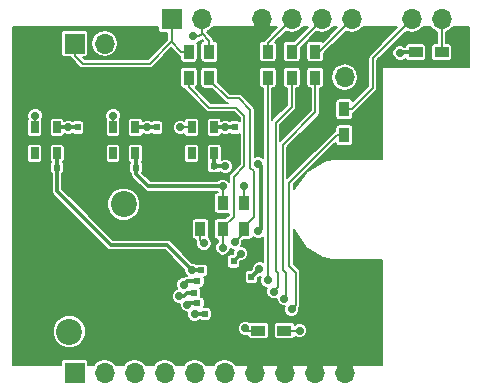
<source format=gtl>
G04 #@! TF.FileFunction,Copper,L1,Top,Signal*
%FSLAX46Y46*%
G04 Gerber Fmt 4.6, Leading zero omitted, Abs format (unit mm)*
G04 Created by KiCad (PCBNEW 4.0.7-e2-6376~58~ubuntu16.04.1) date Mon Mar 19 16:28:18 2018*
%MOMM*%
%LPD*%
G01*
G04 APERTURE LIST*
%ADD10C,0.100000*%
%ADD11C,2.200000*%
%ADD12O,1.700000X1.700000*%
%ADD13R,1.700000X1.700000*%
%ADD14R,0.500000X0.600000*%
%ADD15R,0.600000X0.500000*%
%ADD16R,0.900000X1.200000*%
%ADD17R,1.200000X0.900000*%
%ADD18R,0.650000X1.060000*%
%ADD19C,0.700000*%
%ADD20C,0.300000*%
%ADD21C,0.180000*%
%ADD22C,0.200000*%
G04 APERTURE END LIST*
D10*
D11*
X76440000Y-92640000D03*
X71840000Y-103440000D03*
X68440000Y-98040000D03*
D12*
X79920000Y-81900000D03*
X95160000Y-81900000D03*
D13*
X80520000Y-76980000D03*
D12*
X83060000Y-76980000D03*
X88140000Y-76980000D03*
X90680000Y-76980000D03*
X93220000Y-76980000D03*
X95760000Y-76980000D03*
X100840000Y-76980000D03*
X103380000Y-76980000D03*
D13*
X72300000Y-106900000D03*
D12*
X74840000Y-106900000D03*
X77380000Y-106900000D03*
X79920000Y-106900000D03*
X82460000Y-106900000D03*
X85000000Y-106900000D03*
X87540000Y-106900000D03*
X90080000Y-106900000D03*
X92620000Y-106900000D03*
X95160000Y-106900000D03*
D14*
X85750000Y-97490000D03*
X85750000Y-98590000D03*
X87250000Y-98790000D03*
X87250000Y-99890000D03*
D15*
X82700000Y-99140000D03*
X83800000Y-99140000D03*
X82400000Y-100140000D03*
X83500000Y-100140000D03*
X82700000Y-101040000D03*
X83800000Y-101040000D03*
X83300000Y-101940000D03*
X84400000Y-101940000D03*
X83000000Y-98240000D03*
X84100000Y-98240000D03*
D16*
X86650000Y-94740000D03*
X86650000Y-92540000D03*
X84850000Y-92540000D03*
X84850000Y-94740000D03*
D17*
X90050000Y-103340000D03*
X87850000Y-103340000D03*
D16*
X82950000Y-94740000D03*
X82950000Y-92540000D03*
D14*
X79250000Y-86140000D03*
X79250000Y-87240000D03*
X85850000Y-86140000D03*
X85850000Y-87240000D03*
X72550000Y-86140000D03*
X72550000Y-87240000D03*
D15*
X77500000Y-89540000D03*
X78600000Y-89540000D03*
X84100000Y-89440000D03*
X83000000Y-89440000D03*
X70800000Y-89540000D03*
X71900000Y-89540000D03*
D18*
X77450000Y-86140000D03*
X76500000Y-86140000D03*
X75550000Y-86140000D03*
X75550000Y-88340000D03*
X77450000Y-88340000D03*
X84105000Y-86140000D03*
X83155000Y-86140000D03*
X82205000Y-86140000D03*
X82205000Y-88340000D03*
X84105000Y-88340000D03*
X70810000Y-86140000D03*
X69860000Y-86140000D03*
X68910000Y-86140000D03*
X68910000Y-88340000D03*
X70810000Y-88340000D03*
D16*
X83700000Y-79740000D03*
X83700000Y-81940000D03*
X88650000Y-81930000D03*
X88650000Y-79730000D03*
X90675000Y-81930000D03*
X90675000Y-79730000D03*
X92675000Y-81930000D03*
X92675000Y-79730000D03*
X95125000Y-86790000D03*
X95125000Y-84590000D03*
D17*
X101175000Y-79790000D03*
X103375000Y-79790000D03*
D13*
X72310000Y-79040000D03*
D12*
X74850000Y-79040000D03*
X77390000Y-79040000D03*
D16*
X81950000Y-79740000D03*
X81950000Y-81940000D03*
D19*
X74300000Y-91290000D03*
X79650000Y-93390000D03*
X76200000Y-94840000D03*
X76900000Y-97640000D03*
X80630000Y-98230000D03*
X87350000Y-97290000D03*
X95550000Y-104940000D03*
X92550000Y-104940000D03*
X87050000Y-82440000D03*
X86050000Y-80940000D03*
X86050000Y-78440000D03*
X74050000Y-83940000D03*
X89050000Y-104940000D03*
X81050000Y-104440000D03*
X70050000Y-81940000D03*
X74050000Y-81940000D03*
X77050000Y-81940000D03*
X80550000Y-88940000D03*
X73550000Y-88940000D03*
X79050000Y-101940000D03*
X70050000Y-94940000D03*
X73050000Y-96440000D03*
X74550000Y-100440000D03*
X72050000Y-100440000D03*
X67550000Y-104940000D03*
X67550000Y-102940000D03*
X67550000Y-100940000D03*
X67550000Y-81440000D03*
X67550000Y-83440000D03*
X67550000Y-85440000D03*
X67550000Y-87440000D03*
X67550000Y-89440000D03*
X67550000Y-91440000D03*
X67550000Y-93440000D03*
X67550000Y-95440000D03*
X83150000Y-87340000D03*
X82950000Y-90340000D03*
X78650000Y-88740000D03*
X71950000Y-88740000D03*
X84780000Y-103870000D03*
X85760000Y-103870000D03*
X86020000Y-100630000D03*
X84720000Y-100630000D03*
X86020000Y-99330000D03*
X84720000Y-99330000D03*
X85050000Y-87240000D03*
X78450000Y-87240000D03*
X76450000Y-87340000D03*
X71750000Y-87240000D03*
X69850000Y-87340000D03*
X85050000Y-86140000D03*
X78450000Y-86140000D03*
X81250000Y-86140000D03*
X75550000Y-85140000D03*
X68950000Y-85140000D03*
X71750000Y-86140000D03*
X82350000Y-78440000D03*
X91350000Y-103340000D03*
X86650000Y-91140000D03*
X84850000Y-91140000D03*
X86350000Y-96840000D03*
X85050000Y-89440000D03*
X87850000Y-89240000D03*
X87850000Y-94940000D03*
X87950000Y-98140000D03*
X88650000Y-99090000D03*
X89175000Y-100040000D03*
X90050000Y-100640000D03*
X90675000Y-101540000D03*
X82250000Y-98240000D03*
X86750000Y-103140000D03*
X85850000Y-95840000D03*
X84850000Y-96340000D03*
X83250000Y-95940000D03*
X99850000Y-79840000D03*
X81550000Y-99440000D03*
X81150000Y-100440000D03*
X81850000Y-101140000D03*
X82450000Y-101940000D03*
D20*
X76200000Y-94840000D02*
X78200000Y-94840000D01*
X78200000Y-94840000D02*
X79650000Y-93390000D01*
X74550000Y-100440000D02*
X76900000Y-98090000D01*
X76900000Y-98090000D02*
X76900000Y-97640000D01*
X79600000Y-100895026D02*
X79600000Y-99260000D01*
X79600000Y-99260000D02*
X80630000Y-98230000D01*
X79050000Y-101940000D02*
X79050000Y-101445026D01*
X79050000Y-101445026D02*
X79600000Y-100895026D01*
X95160000Y-106900000D02*
X95160000Y-105330000D01*
X95160000Y-105330000D02*
X95550000Y-104940000D01*
X86050000Y-78440000D02*
X86050000Y-80940000D01*
X74050000Y-81940000D02*
X74050000Y-83940000D01*
X85760000Y-103870000D02*
X86830000Y-104940000D01*
X86830000Y-104940000D02*
X89050000Y-104940000D01*
X74050000Y-81940000D02*
X70050000Y-81940000D01*
X79920000Y-81900000D02*
X77090000Y-81900000D01*
X77090000Y-81900000D02*
X77050000Y-81940000D01*
X71950000Y-88740000D02*
X73350000Y-88740000D01*
X73350000Y-88740000D02*
X73550000Y-88940000D01*
X84780000Y-103870000D02*
X80980000Y-103870000D01*
X80980000Y-103870000D02*
X79050000Y-101940000D01*
X73050000Y-96440000D02*
X71550000Y-96440000D01*
X71550000Y-96440000D02*
X70050000Y-94940000D01*
X72050000Y-100440000D02*
X74550000Y-100440000D01*
X67550000Y-102940000D02*
X67550000Y-104940000D01*
X68440000Y-98040000D02*
X68440000Y-100050000D01*
X68440000Y-100050000D02*
X67550000Y-100940000D01*
X67550000Y-85440000D02*
X67550000Y-83440000D01*
X67550000Y-89440000D02*
X67550000Y-87440000D01*
X67550000Y-93440000D02*
X67550000Y-91440000D01*
X68440000Y-98040000D02*
X68440000Y-96330000D01*
X68440000Y-96330000D02*
X67550000Y-95440000D01*
X83155000Y-86140000D02*
X83155000Y-87335000D01*
X83155000Y-87335000D02*
X83150000Y-87340000D01*
X83155000Y-87235000D02*
X83150000Y-87240000D01*
X83000000Y-89440000D02*
X83000000Y-90290000D01*
X83000000Y-90290000D02*
X82950000Y-90340000D01*
X78600000Y-89540000D02*
X78600000Y-88790000D01*
X78600000Y-88790000D02*
X78650000Y-88740000D01*
X71900000Y-89540000D02*
X71900000Y-88790000D01*
X71900000Y-88790000D02*
X71950000Y-88740000D01*
X87540000Y-106900000D02*
X87540000Y-105650000D01*
X87540000Y-105650000D02*
X85760000Y-103870000D01*
X88140000Y-76980000D02*
X88140000Y-77820000D01*
X85850000Y-87240000D02*
X85050000Y-87240000D01*
X79250000Y-87240000D02*
X78450000Y-87240000D01*
D21*
X76500000Y-86140000D02*
X76500000Y-87290000D01*
X76500000Y-87290000D02*
X76450000Y-87340000D01*
X72550000Y-87240000D02*
X71750000Y-87240000D01*
D20*
X69860000Y-86140000D02*
X69860000Y-87330000D01*
X69860000Y-87330000D02*
X69850000Y-87340000D01*
X85850000Y-86140000D02*
X85050000Y-86140000D01*
X84105000Y-86140000D02*
X85050000Y-86140000D01*
X79250000Y-86140000D02*
X78450000Y-86140000D01*
X77450000Y-86140000D02*
X78450000Y-86140000D01*
D21*
X82205000Y-86140000D02*
X81250000Y-86140000D01*
X75550000Y-86140000D02*
X75550000Y-85140000D01*
X68910000Y-86140000D02*
X68910000Y-85180000D01*
X68910000Y-85180000D02*
X68950000Y-85140000D01*
D20*
X72550000Y-86140000D02*
X71750000Y-86140000D01*
X70810000Y-86140000D02*
X71750000Y-86140000D01*
D21*
X81320000Y-79740000D02*
X81950000Y-79740000D01*
X80520000Y-78940000D02*
X80450000Y-78940000D01*
X80450000Y-78940000D02*
X78650000Y-80740000D01*
X78650000Y-80740000D02*
X72980000Y-80740000D01*
X72980000Y-80740000D02*
X72310000Y-80070000D01*
X72310000Y-80070000D02*
X72310000Y-79040000D01*
X80520000Y-78010000D02*
X80520000Y-76980000D01*
X81320000Y-79740000D02*
X80520000Y-78940000D01*
X80520000Y-78940000D02*
X80520000Y-78010000D01*
X82350000Y-78440000D02*
X82844974Y-78440000D01*
X82844974Y-78440000D02*
X83060000Y-78224974D01*
X83060000Y-78224974D02*
X83060000Y-78182081D01*
X83060000Y-76980000D02*
X83060000Y-78182081D01*
X83060000Y-78182081D02*
X83700000Y-78822081D01*
X83700000Y-78822081D02*
X83700000Y-79740000D01*
X90680000Y-76980000D02*
X88650000Y-79010000D01*
X88650000Y-79010000D02*
X88650000Y-79730000D01*
X90675000Y-79730000D02*
X90675000Y-79580000D01*
X90675000Y-79580000D02*
X93220000Y-77035000D01*
X93220000Y-77035000D02*
X93220000Y-76980000D01*
X95760000Y-76980000D02*
X93010000Y-79730000D01*
X93010000Y-79730000D02*
X92675000Y-79730000D01*
X90050000Y-103340000D02*
X91350000Y-103340000D01*
X86650000Y-92540000D02*
X86650000Y-91140000D01*
X84850000Y-92540000D02*
X84850000Y-91140000D01*
D20*
X77500000Y-90090000D02*
X78550000Y-91140000D01*
X78550000Y-91140000D02*
X84850000Y-91140000D01*
X77500000Y-89540000D02*
X77500000Y-90090000D01*
X77500000Y-89540000D02*
X77500000Y-88390000D01*
X77500000Y-88390000D02*
X77450000Y-88340000D01*
X85750000Y-97490000D02*
X85750000Y-97440000D01*
X85750000Y-97440000D02*
X86350000Y-96840000D01*
X85050000Y-89440000D02*
X84100000Y-89440000D01*
X88050000Y-92240000D02*
X88050000Y-89440000D01*
X88050000Y-89440000D02*
X87850000Y-89240000D01*
X87850000Y-94940000D02*
X88050000Y-94740000D01*
X88050000Y-94740000D02*
X88050000Y-92240000D01*
X84105000Y-88340000D02*
X84105000Y-89535000D01*
X84105000Y-89535000D02*
X84100000Y-89540000D01*
X87250000Y-98790000D02*
X87300000Y-98790000D01*
X87300000Y-98790000D02*
X87950000Y-98140000D01*
X84100000Y-88345000D02*
X84105000Y-88340000D01*
D21*
X88650000Y-81930000D02*
X88650000Y-99090000D01*
X89175000Y-100040000D02*
X89524999Y-99690001D01*
X89325000Y-98265000D02*
X89325000Y-85740000D01*
X89524999Y-99690001D02*
X89524999Y-98464999D01*
X89524999Y-98464999D02*
X89325000Y-98265000D01*
X90675000Y-82710000D02*
X90675000Y-81930000D01*
X89325000Y-85740000D02*
X90675000Y-84390000D01*
X90675000Y-84390000D02*
X90675000Y-82710000D01*
X90050000Y-100640000D02*
X90225000Y-100465000D01*
X89905009Y-87634991D02*
X92675000Y-84865000D01*
X90225000Y-100465000D02*
X90225000Y-98490000D01*
X90225000Y-98490000D02*
X89905009Y-98170009D01*
X89905009Y-98170009D02*
X89905009Y-87634991D01*
X92675000Y-84865000D02*
X92675000Y-81930000D01*
X92675000Y-81930000D02*
X92675000Y-82080000D01*
X95125000Y-86790000D02*
X94495000Y-86790000D01*
X91024999Y-101190001D02*
X90675000Y-101540000D01*
X94495000Y-86790000D02*
X90475000Y-90810000D01*
X90475000Y-90810000D02*
X90475000Y-97890000D01*
X90475000Y-97890000D02*
X91024999Y-98439999D01*
X91024999Y-98439999D02*
X91024999Y-101190001D01*
D20*
X82250000Y-98240000D02*
X80100000Y-96090000D01*
X75350000Y-96090000D02*
X70800000Y-91540000D01*
X80100000Y-96090000D02*
X75350000Y-96090000D01*
X70800000Y-91540000D02*
X70800000Y-89540000D01*
X82250000Y-98240000D02*
X83000000Y-98240000D01*
X70800000Y-89540000D02*
X70800000Y-88350000D01*
X70800000Y-88350000D02*
X70810000Y-88340000D01*
D21*
X87850000Y-103340000D02*
X86950000Y-103340000D01*
X86950000Y-103340000D02*
X86750000Y-103140000D01*
X87150000Y-84640000D02*
X86200000Y-83690000D01*
X86200000Y-83690000D02*
X85300000Y-83690000D01*
X87150000Y-89540000D02*
X87150000Y-84640000D01*
X86650000Y-94740000D02*
X86650000Y-94590000D01*
X86650000Y-94590000D02*
X87475000Y-93765000D01*
X83700000Y-82090000D02*
X83700000Y-81940000D01*
X87475000Y-93765000D02*
X87475000Y-89865000D01*
X87475000Y-89865000D02*
X87150000Y-89540000D01*
X85300000Y-83690000D02*
X83700000Y-82090000D01*
X86650000Y-94740000D02*
X86650000Y-95040000D01*
X86650000Y-95040000D02*
X85850000Y-95840000D01*
X84850000Y-96340000D02*
X84850000Y-94740000D01*
X81950000Y-82720000D02*
X81950000Y-81940000D01*
X83695000Y-84465000D02*
X85975000Y-84465000D01*
X86650000Y-85140000D02*
X86650000Y-89440000D01*
X85750000Y-90340000D02*
X85750000Y-93690000D01*
X81950000Y-82720000D02*
X83695000Y-84465000D01*
X85975000Y-84465000D02*
X86650000Y-85140000D01*
X86650000Y-89440000D02*
X85750000Y-90340000D01*
X85750000Y-93690000D02*
X84850000Y-94590000D01*
X84850000Y-94590000D02*
X84850000Y-94740000D01*
X82950000Y-94740000D02*
X82950000Y-95640000D01*
X82950000Y-95640000D02*
X83250000Y-95940000D01*
D20*
X101175000Y-79790000D02*
X99900000Y-79790000D01*
X99900000Y-79790000D02*
X99850000Y-79840000D01*
X82700000Y-99140000D02*
X81850000Y-99140000D01*
X81850000Y-99140000D02*
X81550000Y-99440000D01*
X82400000Y-100140000D02*
X81844974Y-100140000D01*
X81150000Y-100440000D02*
X81544974Y-100440000D01*
X81544974Y-100440000D02*
X81844974Y-100140000D01*
X81844974Y-100140000D02*
X81850000Y-100140000D01*
X82700000Y-101040000D02*
X81950000Y-101040000D01*
X81950000Y-101040000D02*
X81850000Y-101140000D01*
X83300000Y-101940000D02*
X82450000Y-101940000D01*
D21*
X95755000Y-84590000D02*
X95125000Y-84590000D01*
X97550000Y-82795000D02*
X97550000Y-80270000D01*
X97550000Y-80270000D02*
X100840000Y-76980000D01*
X95755000Y-84590000D02*
X97550000Y-82795000D01*
X103375000Y-79790000D02*
X103375000Y-76985000D01*
X103375000Y-76985000D02*
X103380000Y-76980000D01*
D22*
G36*
X79364123Y-77830000D02*
X79385042Y-77941173D01*
X79450745Y-78043279D01*
X79550997Y-78111778D01*
X79670000Y-78135877D01*
X80130000Y-78135877D01*
X80130000Y-78708457D01*
X78488456Y-80350000D01*
X73141544Y-80350000D01*
X72987421Y-80195877D01*
X73160000Y-80195877D01*
X73271173Y-80174958D01*
X73373279Y-80109255D01*
X73441778Y-80009003D01*
X73465877Y-79890000D01*
X73465877Y-79017470D01*
X73700000Y-79017470D01*
X73700000Y-79062530D01*
X73787539Y-79502616D01*
X74036827Y-79875703D01*
X74409914Y-80124991D01*
X74850000Y-80212530D01*
X75290086Y-80124991D01*
X75663173Y-79875703D01*
X75912461Y-79502616D01*
X76000000Y-79062530D01*
X76000000Y-79017470D01*
X75912461Y-78577384D01*
X75663173Y-78204297D01*
X75290086Y-77955009D01*
X74850000Y-77867470D01*
X74409914Y-77955009D01*
X74036827Y-78204297D01*
X73787539Y-78577384D01*
X73700000Y-79017470D01*
X73465877Y-79017470D01*
X73465877Y-78190000D01*
X73444958Y-78078827D01*
X73379255Y-77976721D01*
X73279003Y-77908222D01*
X73160000Y-77884123D01*
X71460000Y-77884123D01*
X71348827Y-77905042D01*
X71246721Y-77970745D01*
X71178222Y-78070997D01*
X71154123Y-78190000D01*
X71154123Y-79890000D01*
X71175042Y-80001173D01*
X71240745Y-80103279D01*
X71340997Y-80171778D01*
X71460000Y-80195877D01*
X71945038Y-80195877D01*
X71949687Y-80219247D01*
X72023690Y-80330000D01*
X72034228Y-80345772D01*
X72704228Y-81015772D01*
X72830753Y-81100313D01*
X72980000Y-81130000D01*
X78649995Y-81130000D01*
X78650000Y-81130001D01*
X78774485Y-81105239D01*
X78799247Y-81100313D01*
X78925772Y-81015772D01*
X80485000Y-79456544D01*
X81044228Y-80015772D01*
X81170753Y-80100313D01*
X81194123Y-80104962D01*
X81194123Y-80340000D01*
X81215042Y-80451173D01*
X81280745Y-80553279D01*
X81380997Y-80621778D01*
X81500000Y-80645877D01*
X82400000Y-80645877D01*
X82511173Y-80624958D01*
X82613279Y-80559255D01*
X82681778Y-80459003D01*
X82705877Y-80340000D01*
X82705877Y-79140000D01*
X82684958Y-79028827D01*
X82672795Y-79009924D01*
X82717714Y-78991364D01*
X82887917Y-78821459D01*
X82969459Y-78805239D01*
X82994221Y-78800313D01*
X83073630Y-78747254D01*
X83174673Y-78848297D01*
X83138827Y-78855042D01*
X83036721Y-78920745D01*
X82968222Y-79020997D01*
X82944123Y-79140000D01*
X82944123Y-80340000D01*
X82965042Y-80451173D01*
X83030745Y-80553279D01*
X83130997Y-80621778D01*
X83250000Y-80645877D01*
X84150000Y-80645877D01*
X84261173Y-80624958D01*
X84363279Y-80559255D01*
X84431778Y-80459003D01*
X84455877Y-80340000D01*
X84455877Y-79140000D01*
X84434958Y-79028827D01*
X84369255Y-78926721D01*
X84269003Y-78858222D01*
X84150000Y-78834123D01*
X84090000Y-78834123D01*
X84090000Y-78822086D01*
X84090001Y-78822081D01*
X84060314Y-78672835D01*
X84032261Y-78630851D01*
X83975772Y-78546309D01*
X83975769Y-78546307D01*
X83495388Y-78065925D01*
X83500086Y-78064991D01*
X83873173Y-77815703D01*
X83990574Y-77640000D01*
X89468457Y-77640000D01*
X88374228Y-78734228D01*
X88314162Y-78824123D01*
X88200000Y-78824123D01*
X88088827Y-78845042D01*
X87986721Y-78910745D01*
X87918222Y-79010997D01*
X87894123Y-79130000D01*
X87894123Y-80330000D01*
X87915042Y-80441173D01*
X87980745Y-80543279D01*
X88080997Y-80611778D01*
X88200000Y-80635877D01*
X89100000Y-80635877D01*
X89211173Y-80614958D01*
X89313279Y-80549255D01*
X89381778Y-80449003D01*
X89405877Y-80330000D01*
X89405877Y-79130000D01*
X89384958Y-79018827D01*
X89319255Y-78916721D01*
X89304740Y-78906804D01*
X90183948Y-78027596D01*
X90239914Y-78064991D01*
X90680000Y-78152530D01*
X91120086Y-78064991D01*
X91493173Y-77815703D01*
X91610574Y-77640000D01*
X92063457Y-77640000D01*
X90879333Y-78824123D01*
X90225000Y-78824123D01*
X90113827Y-78845042D01*
X90011721Y-78910745D01*
X89943222Y-79010997D01*
X89919123Y-79130000D01*
X89919123Y-80330000D01*
X89940042Y-80441173D01*
X90005745Y-80543279D01*
X90105997Y-80611778D01*
X90225000Y-80635877D01*
X91125000Y-80635877D01*
X91236173Y-80614958D01*
X91338279Y-80549255D01*
X91406778Y-80449003D01*
X91430877Y-80330000D01*
X91430877Y-79375667D01*
X92756918Y-78049625D01*
X92779914Y-78064991D01*
X93220000Y-78152530D01*
X93660086Y-78064991D01*
X94033173Y-77815703D01*
X94150574Y-77640000D01*
X94548457Y-77640000D01*
X93301172Y-78887284D01*
X93244003Y-78848222D01*
X93125000Y-78824123D01*
X92225000Y-78824123D01*
X92113827Y-78845042D01*
X92011721Y-78910745D01*
X91943222Y-79010997D01*
X91919123Y-79130000D01*
X91919123Y-80330000D01*
X91940042Y-80441173D01*
X92005745Y-80543279D01*
X92105997Y-80611778D01*
X92225000Y-80635877D01*
X93125000Y-80635877D01*
X93236173Y-80614958D01*
X93338279Y-80549255D01*
X93406778Y-80449003D01*
X93430877Y-80330000D01*
X93430877Y-79860667D01*
X95263948Y-78027596D01*
X95319914Y-78064991D01*
X95760000Y-78152530D01*
X96200086Y-78064991D01*
X96573173Y-77815703D01*
X96690574Y-77640000D01*
X99628457Y-77640000D01*
X97274228Y-79994228D01*
X97189687Y-80120753D01*
X97184761Y-80145515D01*
X97159999Y-80270000D01*
X97160000Y-80270005D01*
X97160000Y-82633457D01*
X95868616Y-83924840D01*
X95859958Y-83878827D01*
X95794255Y-83776721D01*
X95694003Y-83708222D01*
X95575000Y-83684123D01*
X94675000Y-83684123D01*
X94563827Y-83705042D01*
X94461721Y-83770745D01*
X94393222Y-83870997D01*
X94369123Y-83990000D01*
X94369123Y-85190000D01*
X94390042Y-85301173D01*
X94455745Y-85403279D01*
X94555997Y-85471778D01*
X94675000Y-85495877D01*
X95575000Y-85495877D01*
X95686173Y-85474958D01*
X95788279Y-85409255D01*
X95856778Y-85309003D01*
X95880877Y-85190000D01*
X95880877Y-84954962D01*
X95904247Y-84950313D01*
X96030772Y-84865772D01*
X97825769Y-83070774D01*
X97825772Y-83070772D01*
X97910313Y-82944247D01*
X97940000Y-82795000D01*
X97940000Y-80431544D01*
X98402818Y-79968726D01*
X99199888Y-79968726D01*
X99298636Y-80207714D01*
X99481324Y-80390722D01*
X99720140Y-80489887D01*
X99978726Y-80490112D01*
X100217714Y-80391364D01*
X100284971Y-80324224D01*
X100290042Y-80351173D01*
X100355745Y-80453279D01*
X100455997Y-80521778D01*
X100575000Y-80545877D01*
X101775000Y-80545877D01*
X101886173Y-80524958D01*
X101988279Y-80459255D01*
X102056778Y-80359003D01*
X102080877Y-80240000D01*
X102080877Y-79340000D01*
X102059958Y-79228827D01*
X101994255Y-79126721D01*
X101894003Y-79058222D01*
X101775000Y-79034123D01*
X100575000Y-79034123D01*
X100463827Y-79055042D01*
X100361721Y-79120745D01*
X100293222Y-79220997D01*
X100269154Y-79339845D01*
X100218676Y-79289278D01*
X99979860Y-79190113D01*
X99721274Y-79189888D01*
X99482286Y-79288636D01*
X99299278Y-79471324D01*
X99200113Y-79710140D01*
X99199888Y-79968726D01*
X98402818Y-79968726D01*
X100343948Y-78027596D01*
X100399914Y-78064991D01*
X100840000Y-78152530D01*
X101280086Y-78064991D01*
X101653173Y-77815703D01*
X101770574Y-77640000D01*
X102449426Y-77640000D01*
X102566827Y-77815703D01*
X102939914Y-78064991D01*
X102985000Y-78073959D01*
X102985000Y-79034123D01*
X102775000Y-79034123D01*
X102663827Y-79055042D01*
X102561721Y-79120745D01*
X102493222Y-79220997D01*
X102469123Y-79340000D01*
X102469123Y-80240000D01*
X102490042Y-80351173D01*
X102555745Y-80453279D01*
X102655997Y-80521778D01*
X102775000Y-80545877D01*
X103975000Y-80545877D01*
X104086173Y-80524958D01*
X104188279Y-80459255D01*
X104256778Y-80359003D01*
X104280877Y-80240000D01*
X104280877Y-79340000D01*
X104259958Y-79228827D01*
X104194255Y-79126721D01*
X104094003Y-79058222D01*
X103975000Y-79034123D01*
X103765000Y-79034123D01*
X103765000Y-78075948D01*
X103820086Y-78064991D01*
X104193173Y-77815703D01*
X104310574Y-77640000D01*
X105650000Y-77640000D01*
X105650000Y-80990000D01*
X98400000Y-80990000D01*
X98363654Y-80996839D01*
X98330273Y-81018319D01*
X98307879Y-81051094D01*
X98300000Y-81090000D01*
X98300000Y-88840000D01*
X94200000Y-88840000D01*
X94179250Y-88842177D01*
X93354250Y-89017177D01*
X93320553Y-89031122D01*
X91895553Y-89956122D01*
X91869314Y-89980926D01*
X90865000Y-91352672D01*
X90865000Y-90971544D01*
X94381384Y-87455159D01*
X94390042Y-87501173D01*
X94455745Y-87603279D01*
X94555997Y-87671778D01*
X94675000Y-87695877D01*
X95575000Y-87695877D01*
X95686173Y-87674958D01*
X95788279Y-87609255D01*
X95856778Y-87509003D01*
X95880877Y-87390000D01*
X95880877Y-86190000D01*
X95859958Y-86078827D01*
X95794255Y-85976721D01*
X95694003Y-85908222D01*
X95575000Y-85884123D01*
X94675000Y-85884123D01*
X94563827Y-85905042D01*
X94461721Y-85970745D01*
X94393222Y-86070997D01*
X94369123Y-86190000D01*
X94369123Y-86425038D01*
X94345754Y-86429686D01*
X94345752Y-86429687D01*
X94345753Y-86429687D01*
X94219228Y-86514228D01*
X94219226Y-86514231D01*
X90295009Y-90438447D01*
X90295009Y-87796535D01*
X92950772Y-85140772D01*
X93024284Y-85030753D01*
X93035313Y-85014247D01*
X93042125Y-84980000D01*
X93065001Y-84865000D01*
X93065000Y-84864995D01*
X93065000Y-82835877D01*
X93125000Y-82835877D01*
X93236173Y-82814958D01*
X93338279Y-82749255D01*
X93406778Y-82649003D01*
X93430877Y-82530000D01*
X93430877Y-81877470D01*
X94010000Y-81877470D01*
X94010000Y-81922530D01*
X94097539Y-82362616D01*
X94346827Y-82735703D01*
X94719914Y-82984991D01*
X95160000Y-83072530D01*
X95600086Y-82984991D01*
X95973173Y-82735703D01*
X96222461Y-82362616D01*
X96310000Y-81922530D01*
X96310000Y-81877470D01*
X96222461Y-81437384D01*
X95973173Y-81064297D01*
X95600086Y-80815009D01*
X95160000Y-80727470D01*
X94719914Y-80815009D01*
X94346827Y-81064297D01*
X94097539Y-81437384D01*
X94010000Y-81877470D01*
X93430877Y-81877470D01*
X93430877Y-81330000D01*
X93409958Y-81218827D01*
X93344255Y-81116721D01*
X93244003Y-81048222D01*
X93125000Y-81024123D01*
X92225000Y-81024123D01*
X92113827Y-81045042D01*
X92011721Y-81110745D01*
X91943222Y-81210997D01*
X91919123Y-81330000D01*
X91919123Y-82530000D01*
X91940042Y-82641173D01*
X92005745Y-82743279D01*
X92105997Y-82811778D01*
X92225000Y-82835877D01*
X92285000Y-82835877D01*
X92285000Y-84703456D01*
X89715000Y-87273456D01*
X89715000Y-85901544D01*
X90950769Y-84665774D01*
X90950772Y-84665772D01*
X91035313Y-84539247D01*
X91065000Y-84390000D01*
X91065000Y-82835877D01*
X91125000Y-82835877D01*
X91236173Y-82814958D01*
X91338279Y-82749255D01*
X91406778Y-82649003D01*
X91430877Y-82530000D01*
X91430877Y-81330000D01*
X91409958Y-81218827D01*
X91344255Y-81116721D01*
X91244003Y-81048222D01*
X91125000Y-81024123D01*
X90225000Y-81024123D01*
X90113827Y-81045042D01*
X90011721Y-81110745D01*
X89943222Y-81210997D01*
X89919123Y-81330000D01*
X89919123Y-82530000D01*
X89940042Y-82641173D01*
X90005745Y-82743279D01*
X90105997Y-82811778D01*
X90225000Y-82835877D01*
X90285000Y-82835877D01*
X90285000Y-84228457D01*
X89049228Y-85464228D01*
X89040000Y-85478039D01*
X89040000Y-82835877D01*
X89100000Y-82835877D01*
X89211173Y-82814958D01*
X89313279Y-82749255D01*
X89381778Y-82649003D01*
X89405877Y-82530000D01*
X89405877Y-81330000D01*
X89384958Y-81218827D01*
X89319255Y-81116721D01*
X89219003Y-81048222D01*
X89100000Y-81024123D01*
X88200000Y-81024123D01*
X88088827Y-81045042D01*
X87986721Y-81110745D01*
X87918222Y-81210997D01*
X87894123Y-81330000D01*
X87894123Y-82530000D01*
X87915042Y-82641173D01*
X87980745Y-82743279D01*
X88080997Y-82811778D01*
X88200000Y-82835877D01*
X88260000Y-82835877D01*
X88260000Y-88730674D01*
X88218676Y-88689278D01*
X87979860Y-88590113D01*
X87721274Y-88589888D01*
X87540000Y-88664789D01*
X87540000Y-84640005D01*
X87540001Y-84640000D01*
X87510313Y-84490754D01*
X87510313Y-84490753D01*
X87425772Y-84364228D01*
X86475772Y-83414228D01*
X86349247Y-83329687D01*
X86324485Y-83324761D01*
X86200000Y-83299999D01*
X86199995Y-83300000D01*
X85461543Y-83300000D01*
X84455877Y-82294333D01*
X84455877Y-81340000D01*
X84434958Y-81228827D01*
X84369255Y-81126721D01*
X84269003Y-81058222D01*
X84150000Y-81034123D01*
X83250000Y-81034123D01*
X83138827Y-81055042D01*
X83036721Y-81120745D01*
X82968222Y-81220997D01*
X82944123Y-81340000D01*
X82944123Y-82540000D01*
X82965042Y-82651173D01*
X83030745Y-82753279D01*
X83130997Y-82821778D01*
X83250000Y-82845877D01*
X83904333Y-82845877D01*
X85024226Y-83965769D01*
X85024228Y-83965772D01*
X85060488Y-83990000D01*
X85150754Y-84050314D01*
X85274858Y-84075000D01*
X83856543Y-84075000D01*
X82569177Y-82787633D01*
X82613279Y-82759255D01*
X82681778Y-82659003D01*
X82705877Y-82540000D01*
X82705877Y-81340000D01*
X82684958Y-81228827D01*
X82619255Y-81126721D01*
X82519003Y-81058222D01*
X82400000Y-81034123D01*
X81500000Y-81034123D01*
X81388827Y-81055042D01*
X81286721Y-81120745D01*
X81218222Y-81220997D01*
X81194123Y-81340000D01*
X81194123Y-82540000D01*
X81215042Y-82651173D01*
X81280745Y-82753279D01*
X81380997Y-82821778D01*
X81500000Y-82845877D01*
X81585038Y-82845877D01*
X81589687Y-82869247D01*
X81639800Y-82944246D01*
X81674228Y-82995772D01*
X83419226Y-84740769D01*
X83419228Y-84740772D01*
X83477467Y-84779686D01*
X83545754Y-84825314D01*
X83695000Y-84855001D01*
X83695005Y-84855000D01*
X85813456Y-84855000D01*
X86260000Y-85301544D01*
X86260000Y-85586234D01*
X86219003Y-85558222D01*
X86100000Y-85534123D01*
X85600000Y-85534123D01*
X85488827Y-85555042D01*
X85425304Y-85595918D01*
X85418676Y-85589278D01*
X85179860Y-85490113D01*
X84921274Y-85489888D01*
X84728281Y-85569631D01*
X84714958Y-85498827D01*
X84649255Y-85396721D01*
X84549003Y-85328222D01*
X84430000Y-85304123D01*
X83780000Y-85304123D01*
X83668827Y-85325042D01*
X83566721Y-85390745D01*
X83498222Y-85490997D01*
X83474123Y-85610000D01*
X83474123Y-86670000D01*
X83495042Y-86781173D01*
X83560745Y-86883279D01*
X83660997Y-86951778D01*
X83780000Y-86975877D01*
X84430000Y-86975877D01*
X84541173Y-86954958D01*
X84643279Y-86889255D01*
X84711778Y-86789003D01*
X84727775Y-86710010D01*
X84920140Y-86789887D01*
X85178726Y-86790112D01*
X85417714Y-86691364D01*
X85425341Y-86683750D01*
X85480997Y-86721778D01*
X85600000Y-86745877D01*
X86100000Y-86745877D01*
X86211173Y-86724958D01*
X86260000Y-86693539D01*
X86260000Y-89278457D01*
X85474228Y-90064228D01*
X85389687Y-90190753D01*
X85389687Y-90190754D01*
X85359999Y-90340000D01*
X85360000Y-90340005D01*
X85360000Y-90730850D01*
X85218676Y-90589278D01*
X84979860Y-90490113D01*
X84721274Y-90489888D01*
X84482286Y-90588636D01*
X84380744Y-90690000D01*
X78736396Y-90690000D01*
X78030479Y-89984083D01*
X78081778Y-89909003D01*
X78105877Y-89790000D01*
X78105877Y-89290000D01*
X78084958Y-89178827D01*
X78019255Y-89076721D01*
X78003976Y-89066281D01*
X78056778Y-88989003D01*
X78080877Y-88870000D01*
X78080877Y-87810000D01*
X81574123Y-87810000D01*
X81574123Y-88870000D01*
X81595042Y-88981173D01*
X81660745Y-89083279D01*
X81760997Y-89151778D01*
X81880000Y-89175877D01*
X82530000Y-89175877D01*
X82641173Y-89154958D01*
X82743279Y-89089255D01*
X82811778Y-88989003D01*
X82835877Y-88870000D01*
X82835877Y-87810000D01*
X83474123Y-87810000D01*
X83474123Y-88870000D01*
X83495042Y-88981173D01*
X83536051Y-89044903D01*
X83518222Y-89070997D01*
X83494123Y-89190000D01*
X83494123Y-89690000D01*
X83515042Y-89801173D01*
X83580745Y-89903279D01*
X83680997Y-89971778D01*
X83800000Y-89995877D01*
X84400000Y-89995877D01*
X84511173Y-89974958D01*
X84605193Y-89914458D01*
X84681324Y-89990722D01*
X84920140Y-90089887D01*
X85178726Y-90090112D01*
X85417714Y-89991364D01*
X85600722Y-89808676D01*
X85699887Y-89569860D01*
X85700112Y-89311274D01*
X85601364Y-89072286D01*
X85418676Y-88889278D01*
X85179860Y-88790113D01*
X84921274Y-88789888D01*
X84735877Y-88866493D01*
X84735877Y-87810000D01*
X84714958Y-87698827D01*
X84649255Y-87596721D01*
X84549003Y-87528222D01*
X84430000Y-87504123D01*
X83780000Y-87504123D01*
X83668827Y-87525042D01*
X83566721Y-87590745D01*
X83498222Y-87690997D01*
X83474123Y-87810000D01*
X82835877Y-87810000D01*
X82814958Y-87698827D01*
X82749255Y-87596721D01*
X82649003Y-87528222D01*
X82530000Y-87504123D01*
X81880000Y-87504123D01*
X81768827Y-87525042D01*
X81666721Y-87590745D01*
X81598222Y-87690997D01*
X81574123Y-87810000D01*
X78080877Y-87810000D01*
X78059958Y-87698827D01*
X77994255Y-87596721D01*
X77894003Y-87528222D01*
X77775000Y-87504123D01*
X77125000Y-87504123D01*
X77013827Y-87525042D01*
X76911721Y-87590745D01*
X76843222Y-87690997D01*
X76819123Y-87810000D01*
X76819123Y-88870000D01*
X76840042Y-88981173D01*
X76905745Y-89083279D01*
X76955110Y-89117009D01*
X76918222Y-89170997D01*
X76894123Y-89290000D01*
X76894123Y-89790000D01*
X76915042Y-89901173D01*
X76980745Y-90003279D01*
X77050000Y-90050599D01*
X77050000Y-90090000D01*
X77084254Y-90262208D01*
X77147380Y-90356682D01*
X77181802Y-90408198D01*
X78231802Y-91458198D01*
X78377792Y-91555746D01*
X78550000Y-91590000D01*
X84380778Y-91590000D01*
X84424824Y-91634123D01*
X84400000Y-91634123D01*
X84288827Y-91655042D01*
X84186721Y-91720745D01*
X84118222Y-91820997D01*
X84094123Y-91940000D01*
X84094123Y-93140000D01*
X84115042Y-93251173D01*
X84180745Y-93353279D01*
X84280997Y-93421778D01*
X84400000Y-93445877D01*
X85300000Y-93445877D01*
X85360000Y-93434587D01*
X85360000Y-93528457D01*
X85054334Y-93834123D01*
X84400000Y-93834123D01*
X84288827Y-93855042D01*
X84186721Y-93920745D01*
X84118222Y-94020997D01*
X84094123Y-94140000D01*
X84094123Y-95340000D01*
X84115042Y-95451173D01*
X84180745Y-95553279D01*
X84280997Y-95621778D01*
X84400000Y-95645877D01*
X84460000Y-95645877D01*
X84460000Y-95810883D01*
X84299278Y-95971324D01*
X84200113Y-96210140D01*
X84199888Y-96468726D01*
X84298636Y-96707714D01*
X84481324Y-96890722D01*
X84720140Y-96989887D01*
X84978726Y-96990112D01*
X85217714Y-96891364D01*
X85400722Y-96708676D01*
X85499887Y-96469860D01*
X85499949Y-96398456D01*
X85720140Y-96489887D01*
X85791544Y-96489949D01*
X85700113Y-96710140D01*
X85699988Y-96853616D01*
X85669481Y-96884123D01*
X85500000Y-96884123D01*
X85388827Y-96905042D01*
X85286721Y-96970745D01*
X85218222Y-97070997D01*
X85194123Y-97190000D01*
X85194123Y-97790000D01*
X85215042Y-97901173D01*
X85280745Y-98003279D01*
X85380997Y-98071778D01*
X85500000Y-98095877D01*
X86000000Y-98095877D01*
X86111173Y-98074958D01*
X86213279Y-98009255D01*
X86281778Y-97909003D01*
X86305877Y-97790000D01*
X86305877Y-97520519D01*
X86336408Y-97489988D01*
X86478726Y-97490112D01*
X86717714Y-97391364D01*
X86900722Y-97208676D01*
X86999887Y-96969860D01*
X87000112Y-96711274D01*
X86901364Y-96472286D01*
X86718676Y-96289278D01*
X86479860Y-96190113D01*
X86408456Y-96190051D01*
X86499887Y-95969860D01*
X86500086Y-95741458D01*
X86595667Y-95645877D01*
X87100000Y-95645877D01*
X87211173Y-95624958D01*
X87313279Y-95559255D01*
X87381778Y-95459003D01*
X87393226Y-95402470D01*
X87481324Y-95490722D01*
X87720140Y-95589887D01*
X87978726Y-95590112D01*
X88217714Y-95491364D01*
X88260000Y-95449152D01*
X88260000Y-97564914D01*
X88079860Y-97490113D01*
X87821274Y-97489888D01*
X87582286Y-97588636D01*
X87399278Y-97771324D01*
X87300113Y-98010140D01*
X87299988Y-98153616D01*
X87269481Y-98184123D01*
X87000000Y-98184123D01*
X86888827Y-98205042D01*
X86786721Y-98270745D01*
X86718222Y-98370997D01*
X86694123Y-98490000D01*
X86694123Y-99090000D01*
X86715042Y-99201173D01*
X86780745Y-99303279D01*
X86880997Y-99371778D01*
X87000000Y-99395877D01*
X87500000Y-99395877D01*
X87611173Y-99374958D01*
X87713279Y-99309255D01*
X87781778Y-99209003D01*
X87805877Y-99090000D01*
X87805877Y-98920519D01*
X87936408Y-98789988D01*
X88070718Y-98790105D01*
X88000113Y-98960140D01*
X87999888Y-99218726D01*
X88098636Y-99457714D01*
X88281324Y-99640722D01*
X88520140Y-99739887D01*
X88595781Y-99739953D01*
X88525113Y-99910140D01*
X88524888Y-100168726D01*
X88623636Y-100407714D01*
X88806324Y-100590722D01*
X89045140Y-100689887D01*
X89303726Y-100690112D01*
X89399991Y-100650336D01*
X89399888Y-100768726D01*
X89498636Y-101007714D01*
X89681324Y-101190722D01*
X89920140Y-101289887D01*
X90074990Y-101290022D01*
X90025113Y-101410140D01*
X90024888Y-101668726D01*
X90123636Y-101907714D01*
X90306324Y-102090722D01*
X90545140Y-102189887D01*
X90803726Y-102190112D01*
X91042714Y-102091364D01*
X91225722Y-101908676D01*
X91324887Y-101669860D01*
X91325096Y-101429368D01*
X91385312Y-101339248D01*
X91414999Y-101190001D01*
X91414999Y-98439999D01*
X91385312Y-98290752D01*
X91300771Y-98164227D01*
X90865000Y-97728456D01*
X90865000Y-94749902D01*
X90876942Y-94809612D01*
X90892229Y-94846116D01*
X91892229Y-96321116D01*
X91924896Y-96351543D01*
X93349896Y-97176543D01*
X93380388Y-97188058D01*
X94130388Y-97338058D01*
X94150000Y-97340000D01*
X98300000Y-97340000D01*
X98300000Y-106240000D01*
X85930574Y-106240000D01*
X85813173Y-106064297D01*
X85440086Y-105815009D01*
X85000000Y-105727470D01*
X84559914Y-105815009D01*
X84186827Y-106064297D01*
X84069426Y-106240000D01*
X83390574Y-106240000D01*
X83273173Y-106064297D01*
X82900086Y-105815009D01*
X82460000Y-105727470D01*
X82019914Y-105815009D01*
X81646827Y-106064297D01*
X81529426Y-106240000D01*
X80850574Y-106240000D01*
X80733173Y-106064297D01*
X80360086Y-105815009D01*
X79920000Y-105727470D01*
X79479914Y-105815009D01*
X79106827Y-106064297D01*
X78989426Y-106240000D01*
X78310574Y-106240000D01*
X78193173Y-106064297D01*
X77820086Y-105815009D01*
X77380000Y-105727470D01*
X76939914Y-105815009D01*
X76566827Y-106064297D01*
X76449426Y-106240000D01*
X75770574Y-106240000D01*
X75653173Y-106064297D01*
X75280086Y-105815009D01*
X74840000Y-105727470D01*
X74399914Y-105815009D01*
X74026827Y-106064297D01*
X73909426Y-106240000D01*
X73455877Y-106240000D01*
X73455877Y-106050000D01*
X73434958Y-105938827D01*
X73369255Y-105836721D01*
X73269003Y-105768222D01*
X73150000Y-105744123D01*
X71450000Y-105744123D01*
X71338827Y-105765042D01*
X71236721Y-105830745D01*
X71168222Y-105930997D01*
X71144123Y-106050000D01*
X71144123Y-106240000D01*
X67050000Y-106240000D01*
X67050000Y-103717256D01*
X70439757Y-103717256D01*
X70652445Y-104232000D01*
X71045928Y-104626170D01*
X71560301Y-104839757D01*
X72117256Y-104840243D01*
X72632000Y-104627555D01*
X73026170Y-104234072D01*
X73239757Y-103719699D01*
X73240150Y-103268726D01*
X86099888Y-103268726D01*
X86198636Y-103507714D01*
X86381324Y-103690722D01*
X86620140Y-103789887D01*
X86878726Y-103790112D01*
X86944123Y-103763090D01*
X86944123Y-103790000D01*
X86965042Y-103901173D01*
X87030745Y-104003279D01*
X87130997Y-104071778D01*
X87250000Y-104095877D01*
X88450000Y-104095877D01*
X88561173Y-104074958D01*
X88663279Y-104009255D01*
X88731778Y-103909003D01*
X88755877Y-103790000D01*
X88755877Y-102890000D01*
X89144123Y-102890000D01*
X89144123Y-103790000D01*
X89165042Y-103901173D01*
X89230745Y-104003279D01*
X89330997Y-104071778D01*
X89450000Y-104095877D01*
X90650000Y-104095877D01*
X90761173Y-104074958D01*
X90863279Y-104009255D01*
X90931778Y-103909003D01*
X90943212Y-103852543D01*
X90981324Y-103890722D01*
X91220140Y-103989887D01*
X91478726Y-103990112D01*
X91717714Y-103891364D01*
X91900722Y-103708676D01*
X91999887Y-103469860D01*
X92000112Y-103211274D01*
X91901364Y-102972286D01*
X91718676Y-102789278D01*
X91479860Y-102690113D01*
X91221274Y-102689888D01*
X90982286Y-102788636D01*
X90943996Y-102826859D01*
X90934958Y-102778827D01*
X90869255Y-102676721D01*
X90769003Y-102608222D01*
X90650000Y-102584123D01*
X89450000Y-102584123D01*
X89338827Y-102605042D01*
X89236721Y-102670745D01*
X89168222Y-102770997D01*
X89144123Y-102890000D01*
X88755877Y-102890000D01*
X88734958Y-102778827D01*
X88669255Y-102676721D01*
X88569003Y-102608222D01*
X88450000Y-102584123D01*
X87250000Y-102584123D01*
X87138827Y-102605042D01*
X87136139Y-102606772D01*
X87118676Y-102589278D01*
X86879860Y-102490113D01*
X86621274Y-102489888D01*
X86382286Y-102588636D01*
X86199278Y-102771324D01*
X86100113Y-103010140D01*
X86099888Y-103268726D01*
X73240150Y-103268726D01*
X73240243Y-103162744D01*
X73027555Y-102648000D01*
X72634072Y-102253830D01*
X72119699Y-102040243D01*
X71562744Y-102039757D01*
X71048000Y-102252445D01*
X70653830Y-102645928D01*
X70440243Y-103160301D01*
X70439757Y-103717256D01*
X67050000Y-103717256D01*
X67050000Y-87810000D01*
X68279123Y-87810000D01*
X68279123Y-88870000D01*
X68300042Y-88981173D01*
X68365745Y-89083279D01*
X68465997Y-89151778D01*
X68585000Y-89175877D01*
X69235000Y-89175877D01*
X69346173Y-89154958D01*
X69448279Y-89089255D01*
X69516778Y-88989003D01*
X69540877Y-88870000D01*
X69540877Y-87810000D01*
X70179123Y-87810000D01*
X70179123Y-88870000D01*
X70200042Y-88981173D01*
X70265745Y-89083279D01*
X70274207Y-89089061D01*
X70218222Y-89170997D01*
X70194123Y-89290000D01*
X70194123Y-89790000D01*
X70215042Y-89901173D01*
X70280745Y-90003279D01*
X70350000Y-90050599D01*
X70350000Y-91540000D01*
X70384254Y-91712208D01*
X70436308Y-91790112D01*
X70481802Y-91858198D01*
X75031802Y-96408198D01*
X75177792Y-96505746D01*
X75350000Y-96540000D01*
X79913604Y-96540000D01*
X81600012Y-98226408D01*
X81599888Y-98368726D01*
X81698636Y-98607714D01*
X81792246Y-98701488D01*
X81677792Y-98724254D01*
X81579359Y-98790026D01*
X81421274Y-98789888D01*
X81182286Y-98888636D01*
X80999278Y-99071324D01*
X80900113Y-99310140D01*
X80899888Y-99568726D01*
X80995646Y-99800477D01*
X80782286Y-99888636D01*
X80599278Y-100071324D01*
X80500113Y-100310140D01*
X80499888Y-100568726D01*
X80598636Y-100807714D01*
X80781324Y-100990722D01*
X81020140Y-101089887D01*
X81200043Y-101090044D01*
X81199888Y-101268726D01*
X81298636Y-101507714D01*
X81481324Y-101690722D01*
X81720140Y-101789887D01*
X81808491Y-101789964D01*
X81800113Y-101810140D01*
X81799888Y-102068726D01*
X81898636Y-102307714D01*
X82081324Y-102490722D01*
X82320140Y-102589887D01*
X82578726Y-102590112D01*
X82817714Y-102491364D01*
X82855076Y-102454067D01*
X82880997Y-102471778D01*
X83000000Y-102495877D01*
X83600000Y-102495877D01*
X83711173Y-102474958D01*
X83813279Y-102409255D01*
X83881778Y-102309003D01*
X83905877Y-102190000D01*
X83905877Y-101690000D01*
X83884958Y-101578827D01*
X83819255Y-101476721D01*
X83719003Y-101408222D01*
X83600000Y-101384123D01*
X83286816Y-101384123D01*
X83305877Y-101290000D01*
X83305877Y-100790000D01*
X83284958Y-100678827D01*
X83219255Y-100576721D01*
X83119003Y-100508222D01*
X83000000Y-100484123D01*
X82986816Y-100484123D01*
X83005877Y-100390000D01*
X83005877Y-99890000D01*
X82984958Y-99778827D01*
X82931581Y-99695877D01*
X83000000Y-99695877D01*
X83111173Y-99674958D01*
X83213279Y-99609255D01*
X83281778Y-99509003D01*
X83305877Y-99390000D01*
X83305877Y-98890000D01*
X83288166Y-98795877D01*
X83300000Y-98795877D01*
X83411173Y-98774958D01*
X83513279Y-98709255D01*
X83581778Y-98609003D01*
X83605877Y-98490000D01*
X83605877Y-97990000D01*
X83584958Y-97878827D01*
X83519255Y-97776721D01*
X83419003Y-97708222D01*
X83300000Y-97684123D01*
X82700000Y-97684123D01*
X82627204Y-97697821D01*
X82618676Y-97689278D01*
X82379860Y-97590113D01*
X82236384Y-97589988D01*
X80418198Y-95771802D01*
X80272208Y-95674254D01*
X80100000Y-95640000D01*
X75536396Y-95640000D01*
X74036396Y-94140000D01*
X82194123Y-94140000D01*
X82194123Y-95340000D01*
X82215042Y-95451173D01*
X82280745Y-95553279D01*
X82380997Y-95621778D01*
X82500000Y-95645877D01*
X82561168Y-95645877D01*
X82574177Y-95711274D01*
X82589687Y-95789247D01*
X82601468Y-95806878D01*
X82600113Y-95810140D01*
X82599888Y-96068726D01*
X82698636Y-96307714D01*
X82881324Y-96490722D01*
X83120140Y-96589887D01*
X83378726Y-96590112D01*
X83617714Y-96491364D01*
X83800722Y-96308676D01*
X83899887Y-96069860D01*
X83900112Y-95811274D01*
X83801364Y-95572286D01*
X83682874Y-95453589D01*
X83705877Y-95340000D01*
X83705877Y-94140000D01*
X83684958Y-94028827D01*
X83619255Y-93926721D01*
X83519003Y-93858222D01*
X83400000Y-93834123D01*
X82500000Y-93834123D01*
X82388827Y-93855042D01*
X82286721Y-93920745D01*
X82218222Y-94020997D01*
X82194123Y-94140000D01*
X74036396Y-94140000D01*
X72813652Y-92917256D01*
X75039757Y-92917256D01*
X75252445Y-93432000D01*
X75645928Y-93826170D01*
X76160301Y-94039757D01*
X76717256Y-94040243D01*
X77232000Y-93827555D01*
X77626170Y-93434072D01*
X77839757Y-92919699D01*
X77840243Y-92362744D01*
X77627555Y-91848000D01*
X77234072Y-91453830D01*
X76719699Y-91240243D01*
X76162744Y-91239757D01*
X75648000Y-91452445D01*
X75253830Y-91845928D01*
X75040243Y-92360301D01*
X75039757Y-92917256D01*
X72813652Y-92917256D01*
X71250000Y-91353604D01*
X71250000Y-90049974D01*
X71313279Y-90009255D01*
X71381778Y-89909003D01*
X71405877Y-89790000D01*
X71405877Y-89290000D01*
X71384958Y-89178827D01*
X71333457Y-89098792D01*
X71348279Y-89089255D01*
X71416778Y-88989003D01*
X71440877Y-88870000D01*
X71440877Y-87810000D01*
X74919123Y-87810000D01*
X74919123Y-88870000D01*
X74940042Y-88981173D01*
X75005745Y-89083279D01*
X75105997Y-89151778D01*
X75225000Y-89175877D01*
X75875000Y-89175877D01*
X75986173Y-89154958D01*
X76088279Y-89089255D01*
X76156778Y-88989003D01*
X76180877Y-88870000D01*
X76180877Y-87810000D01*
X76159958Y-87698827D01*
X76094255Y-87596721D01*
X75994003Y-87528222D01*
X75875000Y-87504123D01*
X75225000Y-87504123D01*
X75113827Y-87525042D01*
X75011721Y-87590745D01*
X74943222Y-87690997D01*
X74919123Y-87810000D01*
X71440877Y-87810000D01*
X71419958Y-87698827D01*
X71354255Y-87596721D01*
X71254003Y-87528222D01*
X71135000Y-87504123D01*
X70485000Y-87504123D01*
X70373827Y-87525042D01*
X70271721Y-87590745D01*
X70203222Y-87690997D01*
X70179123Y-87810000D01*
X69540877Y-87810000D01*
X69519958Y-87698827D01*
X69454255Y-87596721D01*
X69354003Y-87528222D01*
X69235000Y-87504123D01*
X68585000Y-87504123D01*
X68473827Y-87525042D01*
X68371721Y-87590745D01*
X68303222Y-87690997D01*
X68279123Y-87810000D01*
X67050000Y-87810000D01*
X67050000Y-85610000D01*
X68279123Y-85610000D01*
X68279123Y-86670000D01*
X68300042Y-86781173D01*
X68365745Y-86883279D01*
X68465997Y-86951778D01*
X68585000Y-86975877D01*
X69235000Y-86975877D01*
X69346173Y-86954958D01*
X69448279Y-86889255D01*
X69516778Y-86789003D01*
X69540877Y-86670000D01*
X69540877Y-85610000D01*
X70179123Y-85610000D01*
X70179123Y-86670000D01*
X70200042Y-86781173D01*
X70265745Y-86883279D01*
X70365997Y-86951778D01*
X70485000Y-86975877D01*
X71135000Y-86975877D01*
X71246173Y-86954958D01*
X71348279Y-86889255D01*
X71416778Y-86789003D01*
X71432387Y-86711925D01*
X71620140Y-86789887D01*
X71878726Y-86790112D01*
X72117714Y-86691364D01*
X72125341Y-86683750D01*
X72180997Y-86721778D01*
X72300000Y-86745877D01*
X72800000Y-86745877D01*
X72911173Y-86724958D01*
X73013279Y-86659255D01*
X73081778Y-86559003D01*
X73105877Y-86440000D01*
X73105877Y-85840000D01*
X73084958Y-85728827D01*
X73019255Y-85626721D01*
X72919003Y-85558222D01*
X72800000Y-85534123D01*
X72300000Y-85534123D01*
X72188827Y-85555042D01*
X72125304Y-85595918D01*
X72118676Y-85589278D01*
X71879860Y-85490113D01*
X71621274Y-85489888D01*
X71432920Y-85567714D01*
X71419958Y-85498827D01*
X71354255Y-85396721D01*
X71254003Y-85328222D01*
X71135000Y-85304123D01*
X70485000Y-85304123D01*
X70373827Y-85325042D01*
X70271721Y-85390745D01*
X70203222Y-85490997D01*
X70179123Y-85610000D01*
X69540877Y-85610000D01*
X69519958Y-85498827D01*
X69510752Y-85484521D01*
X69599887Y-85269860D01*
X69599887Y-85268726D01*
X74899888Y-85268726D01*
X74973449Y-85446758D01*
X74943222Y-85490997D01*
X74919123Y-85610000D01*
X74919123Y-86670000D01*
X74940042Y-86781173D01*
X75005745Y-86883279D01*
X75105997Y-86951778D01*
X75225000Y-86975877D01*
X75875000Y-86975877D01*
X75986173Y-86954958D01*
X76088279Y-86889255D01*
X76156778Y-86789003D01*
X76180877Y-86670000D01*
X76180877Y-85610000D01*
X76819123Y-85610000D01*
X76819123Y-86670000D01*
X76840042Y-86781173D01*
X76905745Y-86883279D01*
X77005997Y-86951778D01*
X77125000Y-86975877D01*
X77775000Y-86975877D01*
X77886173Y-86954958D01*
X77988279Y-86889255D01*
X78056778Y-86789003D01*
X78077464Y-86686855D01*
X78081324Y-86690722D01*
X78320140Y-86789887D01*
X78578726Y-86790112D01*
X78817714Y-86691364D01*
X78825341Y-86683750D01*
X78880997Y-86721778D01*
X79000000Y-86745877D01*
X79500000Y-86745877D01*
X79611173Y-86724958D01*
X79713279Y-86659255D01*
X79781778Y-86559003D01*
X79805877Y-86440000D01*
X79805877Y-86268726D01*
X80599888Y-86268726D01*
X80698636Y-86507714D01*
X80881324Y-86690722D01*
X81120140Y-86789887D01*
X81378726Y-86790112D01*
X81580998Y-86706535D01*
X81595042Y-86781173D01*
X81660745Y-86883279D01*
X81760997Y-86951778D01*
X81880000Y-86975877D01*
X82530000Y-86975877D01*
X82641173Y-86954958D01*
X82743279Y-86889255D01*
X82811778Y-86789003D01*
X82835877Y-86670000D01*
X82835877Y-85610000D01*
X82814958Y-85498827D01*
X82749255Y-85396721D01*
X82649003Y-85328222D01*
X82530000Y-85304123D01*
X81880000Y-85304123D01*
X81768827Y-85325042D01*
X81666721Y-85390745D01*
X81598222Y-85490997D01*
X81581450Y-85573820D01*
X81379860Y-85490113D01*
X81121274Y-85489888D01*
X80882286Y-85588636D01*
X80699278Y-85771324D01*
X80600113Y-86010140D01*
X80599888Y-86268726D01*
X79805877Y-86268726D01*
X79805877Y-85840000D01*
X79784958Y-85728827D01*
X79719255Y-85626721D01*
X79619003Y-85558222D01*
X79500000Y-85534123D01*
X79000000Y-85534123D01*
X78888827Y-85555042D01*
X78825304Y-85595918D01*
X78818676Y-85589278D01*
X78579860Y-85490113D01*
X78321274Y-85489888D01*
X78082286Y-85588636D01*
X78077716Y-85593198D01*
X78059958Y-85498827D01*
X77994255Y-85396721D01*
X77894003Y-85328222D01*
X77775000Y-85304123D01*
X77125000Y-85304123D01*
X77013827Y-85325042D01*
X76911721Y-85390745D01*
X76843222Y-85490997D01*
X76819123Y-85610000D01*
X76180877Y-85610000D01*
X76159958Y-85498827D01*
X76126440Y-85446739D01*
X76199887Y-85269860D01*
X76200112Y-85011274D01*
X76101364Y-84772286D01*
X75918676Y-84589278D01*
X75679860Y-84490113D01*
X75421274Y-84489888D01*
X75182286Y-84588636D01*
X74999278Y-84771324D01*
X74900113Y-85010140D01*
X74899888Y-85268726D01*
X69599887Y-85268726D01*
X69600112Y-85011274D01*
X69501364Y-84772286D01*
X69318676Y-84589278D01*
X69079860Y-84490113D01*
X68821274Y-84489888D01*
X68582286Y-84588636D01*
X68399278Y-84771324D01*
X68300113Y-85010140D01*
X68299888Y-85268726D01*
X68358376Y-85410277D01*
X68303222Y-85490997D01*
X68279123Y-85610000D01*
X67050000Y-85610000D01*
X67050000Y-77640000D01*
X79364123Y-77640000D01*
X79364123Y-77830000D01*
X79364123Y-77830000D01*
G37*
X79364123Y-77830000D02*
X79385042Y-77941173D01*
X79450745Y-78043279D01*
X79550997Y-78111778D01*
X79670000Y-78135877D01*
X80130000Y-78135877D01*
X80130000Y-78708457D01*
X78488456Y-80350000D01*
X73141544Y-80350000D01*
X72987421Y-80195877D01*
X73160000Y-80195877D01*
X73271173Y-80174958D01*
X73373279Y-80109255D01*
X73441778Y-80009003D01*
X73465877Y-79890000D01*
X73465877Y-79017470D01*
X73700000Y-79017470D01*
X73700000Y-79062530D01*
X73787539Y-79502616D01*
X74036827Y-79875703D01*
X74409914Y-80124991D01*
X74850000Y-80212530D01*
X75290086Y-80124991D01*
X75663173Y-79875703D01*
X75912461Y-79502616D01*
X76000000Y-79062530D01*
X76000000Y-79017470D01*
X75912461Y-78577384D01*
X75663173Y-78204297D01*
X75290086Y-77955009D01*
X74850000Y-77867470D01*
X74409914Y-77955009D01*
X74036827Y-78204297D01*
X73787539Y-78577384D01*
X73700000Y-79017470D01*
X73465877Y-79017470D01*
X73465877Y-78190000D01*
X73444958Y-78078827D01*
X73379255Y-77976721D01*
X73279003Y-77908222D01*
X73160000Y-77884123D01*
X71460000Y-77884123D01*
X71348827Y-77905042D01*
X71246721Y-77970745D01*
X71178222Y-78070997D01*
X71154123Y-78190000D01*
X71154123Y-79890000D01*
X71175042Y-80001173D01*
X71240745Y-80103279D01*
X71340997Y-80171778D01*
X71460000Y-80195877D01*
X71945038Y-80195877D01*
X71949687Y-80219247D01*
X72023690Y-80330000D01*
X72034228Y-80345772D01*
X72704228Y-81015772D01*
X72830753Y-81100313D01*
X72980000Y-81130000D01*
X78649995Y-81130000D01*
X78650000Y-81130001D01*
X78774485Y-81105239D01*
X78799247Y-81100313D01*
X78925772Y-81015772D01*
X80485000Y-79456544D01*
X81044228Y-80015772D01*
X81170753Y-80100313D01*
X81194123Y-80104962D01*
X81194123Y-80340000D01*
X81215042Y-80451173D01*
X81280745Y-80553279D01*
X81380997Y-80621778D01*
X81500000Y-80645877D01*
X82400000Y-80645877D01*
X82511173Y-80624958D01*
X82613279Y-80559255D01*
X82681778Y-80459003D01*
X82705877Y-80340000D01*
X82705877Y-79140000D01*
X82684958Y-79028827D01*
X82672795Y-79009924D01*
X82717714Y-78991364D01*
X82887917Y-78821459D01*
X82969459Y-78805239D01*
X82994221Y-78800313D01*
X83073630Y-78747254D01*
X83174673Y-78848297D01*
X83138827Y-78855042D01*
X83036721Y-78920745D01*
X82968222Y-79020997D01*
X82944123Y-79140000D01*
X82944123Y-80340000D01*
X82965042Y-80451173D01*
X83030745Y-80553279D01*
X83130997Y-80621778D01*
X83250000Y-80645877D01*
X84150000Y-80645877D01*
X84261173Y-80624958D01*
X84363279Y-80559255D01*
X84431778Y-80459003D01*
X84455877Y-80340000D01*
X84455877Y-79140000D01*
X84434958Y-79028827D01*
X84369255Y-78926721D01*
X84269003Y-78858222D01*
X84150000Y-78834123D01*
X84090000Y-78834123D01*
X84090000Y-78822086D01*
X84090001Y-78822081D01*
X84060314Y-78672835D01*
X84032261Y-78630851D01*
X83975772Y-78546309D01*
X83975769Y-78546307D01*
X83495388Y-78065925D01*
X83500086Y-78064991D01*
X83873173Y-77815703D01*
X83990574Y-77640000D01*
X89468457Y-77640000D01*
X88374228Y-78734228D01*
X88314162Y-78824123D01*
X88200000Y-78824123D01*
X88088827Y-78845042D01*
X87986721Y-78910745D01*
X87918222Y-79010997D01*
X87894123Y-79130000D01*
X87894123Y-80330000D01*
X87915042Y-80441173D01*
X87980745Y-80543279D01*
X88080997Y-80611778D01*
X88200000Y-80635877D01*
X89100000Y-80635877D01*
X89211173Y-80614958D01*
X89313279Y-80549255D01*
X89381778Y-80449003D01*
X89405877Y-80330000D01*
X89405877Y-79130000D01*
X89384958Y-79018827D01*
X89319255Y-78916721D01*
X89304740Y-78906804D01*
X90183948Y-78027596D01*
X90239914Y-78064991D01*
X90680000Y-78152530D01*
X91120086Y-78064991D01*
X91493173Y-77815703D01*
X91610574Y-77640000D01*
X92063457Y-77640000D01*
X90879333Y-78824123D01*
X90225000Y-78824123D01*
X90113827Y-78845042D01*
X90011721Y-78910745D01*
X89943222Y-79010997D01*
X89919123Y-79130000D01*
X89919123Y-80330000D01*
X89940042Y-80441173D01*
X90005745Y-80543279D01*
X90105997Y-80611778D01*
X90225000Y-80635877D01*
X91125000Y-80635877D01*
X91236173Y-80614958D01*
X91338279Y-80549255D01*
X91406778Y-80449003D01*
X91430877Y-80330000D01*
X91430877Y-79375667D01*
X92756918Y-78049625D01*
X92779914Y-78064991D01*
X93220000Y-78152530D01*
X93660086Y-78064991D01*
X94033173Y-77815703D01*
X94150574Y-77640000D01*
X94548457Y-77640000D01*
X93301172Y-78887284D01*
X93244003Y-78848222D01*
X93125000Y-78824123D01*
X92225000Y-78824123D01*
X92113827Y-78845042D01*
X92011721Y-78910745D01*
X91943222Y-79010997D01*
X91919123Y-79130000D01*
X91919123Y-80330000D01*
X91940042Y-80441173D01*
X92005745Y-80543279D01*
X92105997Y-80611778D01*
X92225000Y-80635877D01*
X93125000Y-80635877D01*
X93236173Y-80614958D01*
X93338279Y-80549255D01*
X93406778Y-80449003D01*
X93430877Y-80330000D01*
X93430877Y-79860667D01*
X95263948Y-78027596D01*
X95319914Y-78064991D01*
X95760000Y-78152530D01*
X96200086Y-78064991D01*
X96573173Y-77815703D01*
X96690574Y-77640000D01*
X99628457Y-77640000D01*
X97274228Y-79994228D01*
X97189687Y-80120753D01*
X97184761Y-80145515D01*
X97159999Y-80270000D01*
X97160000Y-80270005D01*
X97160000Y-82633457D01*
X95868616Y-83924840D01*
X95859958Y-83878827D01*
X95794255Y-83776721D01*
X95694003Y-83708222D01*
X95575000Y-83684123D01*
X94675000Y-83684123D01*
X94563827Y-83705042D01*
X94461721Y-83770745D01*
X94393222Y-83870997D01*
X94369123Y-83990000D01*
X94369123Y-85190000D01*
X94390042Y-85301173D01*
X94455745Y-85403279D01*
X94555997Y-85471778D01*
X94675000Y-85495877D01*
X95575000Y-85495877D01*
X95686173Y-85474958D01*
X95788279Y-85409255D01*
X95856778Y-85309003D01*
X95880877Y-85190000D01*
X95880877Y-84954962D01*
X95904247Y-84950313D01*
X96030772Y-84865772D01*
X97825769Y-83070774D01*
X97825772Y-83070772D01*
X97910313Y-82944247D01*
X97940000Y-82795000D01*
X97940000Y-80431544D01*
X98402818Y-79968726D01*
X99199888Y-79968726D01*
X99298636Y-80207714D01*
X99481324Y-80390722D01*
X99720140Y-80489887D01*
X99978726Y-80490112D01*
X100217714Y-80391364D01*
X100284971Y-80324224D01*
X100290042Y-80351173D01*
X100355745Y-80453279D01*
X100455997Y-80521778D01*
X100575000Y-80545877D01*
X101775000Y-80545877D01*
X101886173Y-80524958D01*
X101988279Y-80459255D01*
X102056778Y-80359003D01*
X102080877Y-80240000D01*
X102080877Y-79340000D01*
X102059958Y-79228827D01*
X101994255Y-79126721D01*
X101894003Y-79058222D01*
X101775000Y-79034123D01*
X100575000Y-79034123D01*
X100463827Y-79055042D01*
X100361721Y-79120745D01*
X100293222Y-79220997D01*
X100269154Y-79339845D01*
X100218676Y-79289278D01*
X99979860Y-79190113D01*
X99721274Y-79189888D01*
X99482286Y-79288636D01*
X99299278Y-79471324D01*
X99200113Y-79710140D01*
X99199888Y-79968726D01*
X98402818Y-79968726D01*
X100343948Y-78027596D01*
X100399914Y-78064991D01*
X100840000Y-78152530D01*
X101280086Y-78064991D01*
X101653173Y-77815703D01*
X101770574Y-77640000D01*
X102449426Y-77640000D01*
X102566827Y-77815703D01*
X102939914Y-78064991D01*
X102985000Y-78073959D01*
X102985000Y-79034123D01*
X102775000Y-79034123D01*
X102663827Y-79055042D01*
X102561721Y-79120745D01*
X102493222Y-79220997D01*
X102469123Y-79340000D01*
X102469123Y-80240000D01*
X102490042Y-80351173D01*
X102555745Y-80453279D01*
X102655997Y-80521778D01*
X102775000Y-80545877D01*
X103975000Y-80545877D01*
X104086173Y-80524958D01*
X104188279Y-80459255D01*
X104256778Y-80359003D01*
X104280877Y-80240000D01*
X104280877Y-79340000D01*
X104259958Y-79228827D01*
X104194255Y-79126721D01*
X104094003Y-79058222D01*
X103975000Y-79034123D01*
X103765000Y-79034123D01*
X103765000Y-78075948D01*
X103820086Y-78064991D01*
X104193173Y-77815703D01*
X104310574Y-77640000D01*
X105650000Y-77640000D01*
X105650000Y-80990000D01*
X98400000Y-80990000D01*
X98363654Y-80996839D01*
X98330273Y-81018319D01*
X98307879Y-81051094D01*
X98300000Y-81090000D01*
X98300000Y-88840000D01*
X94200000Y-88840000D01*
X94179250Y-88842177D01*
X93354250Y-89017177D01*
X93320553Y-89031122D01*
X91895553Y-89956122D01*
X91869314Y-89980926D01*
X90865000Y-91352672D01*
X90865000Y-90971544D01*
X94381384Y-87455159D01*
X94390042Y-87501173D01*
X94455745Y-87603279D01*
X94555997Y-87671778D01*
X94675000Y-87695877D01*
X95575000Y-87695877D01*
X95686173Y-87674958D01*
X95788279Y-87609255D01*
X95856778Y-87509003D01*
X95880877Y-87390000D01*
X95880877Y-86190000D01*
X95859958Y-86078827D01*
X95794255Y-85976721D01*
X95694003Y-85908222D01*
X95575000Y-85884123D01*
X94675000Y-85884123D01*
X94563827Y-85905042D01*
X94461721Y-85970745D01*
X94393222Y-86070997D01*
X94369123Y-86190000D01*
X94369123Y-86425038D01*
X94345754Y-86429686D01*
X94345752Y-86429687D01*
X94345753Y-86429687D01*
X94219228Y-86514228D01*
X94219226Y-86514231D01*
X90295009Y-90438447D01*
X90295009Y-87796535D01*
X92950772Y-85140772D01*
X93024284Y-85030753D01*
X93035313Y-85014247D01*
X93042125Y-84980000D01*
X93065001Y-84865000D01*
X93065000Y-84864995D01*
X93065000Y-82835877D01*
X93125000Y-82835877D01*
X93236173Y-82814958D01*
X93338279Y-82749255D01*
X93406778Y-82649003D01*
X93430877Y-82530000D01*
X93430877Y-81877470D01*
X94010000Y-81877470D01*
X94010000Y-81922530D01*
X94097539Y-82362616D01*
X94346827Y-82735703D01*
X94719914Y-82984991D01*
X95160000Y-83072530D01*
X95600086Y-82984991D01*
X95973173Y-82735703D01*
X96222461Y-82362616D01*
X96310000Y-81922530D01*
X96310000Y-81877470D01*
X96222461Y-81437384D01*
X95973173Y-81064297D01*
X95600086Y-80815009D01*
X95160000Y-80727470D01*
X94719914Y-80815009D01*
X94346827Y-81064297D01*
X94097539Y-81437384D01*
X94010000Y-81877470D01*
X93430877Y-81877470D01*
X93430877Y-81330000D01*
X93409958Y-81218827D01*
X93344255Y-81116721D01*
X93244003Y-81048222D01*
X93125000Y-81024123D01*
X92225000Y-81024123D01*
X92113827Y-81045042D01*
X92011721Y-81110745D01*
X91943222Y-81210997D01*
X91919123Y-81330000D01*
X91919123Y-82530000D01*
X91940042Y-82641173D01*
X92005745Y-82743279D01*
X92105997Y-82811778D01*
X92225000Y-82835877D01*
X92285000Y-82835877D01*
X92285000Y-84703456D01*
X89715000Y-87273456D01*
X89715000Y-85901544D01*
X90950769Y-84665774D01*
X90950772Y-84665772D01*
X91035313Y-84539247D01*
X91065000Y-84390000D01*
X91065000Y-82835877D01*
X91125000Y-82835877D01*
X91236173Y-82814958D01*
X91338279Y-82749255D01*
X91406778Y-82649003D01*
X91430877Y-82530000D01*
X91430877Y-81330000D01*
X91409958Y-81218827D01*
X91344255Y-81116721D01*
X91244003Y-81048222D01*
X91125000Y-81024123D01*
X90225000Y-81024123D01*
X90113827Y-81045042D01*
X90011721Y-81110745D01*
X89943222Y-81210997D01*
X89919123Y-81330000D01*
X89919123Y-82530000D01*
X89940042Y-82641173D01*
X90005745Y-82743279D01*
X90105997Y-82811778D01*
X90225000Y-82835877D01*
X90285000Y-82835877D01*
X90285000Y-84228457D01*
X89049228Y-85464228D01*
X89040000Y-85478039D01*
X89040000Y-82835877D01*
X89100000Y-82835877D01*
X89211173Y-82814958D01*
X89313279Y-82749255D01*
X89381778Y-82649003D01*
X89405877Y-82530000D01*
X89405877Y-81330000D01*
X89384958Y-81218827D01*
X89319255Y-81116721D01*
X89219003Y-81048222D01*
X89100000Y-81024123D01*
X88200000Y-81024123D01*
X88088827Y-81045042D01*
X87986721Y-81110745D01*
X87918222Y-81210997D01*
X87894123Y-81330000D01*
X87894123Y-82530000D01*
X87915042Y-82641173D01*
X87980745Y-82743279D01*
X88080997Y-82811778D01*
X88200000Y-82835877D01*
X88260000Y-82835877D01*
X88260000Y-88730674D01*
X88218676Y-88689278D01*
X87979860Y-88590113D01*
X87721274Y-88589888D01*
X87540000Y-88664789D01*
X87540000Y-84640005D01*
X87540001Y-84640000D01*
X87510313Y-84490754D01*
X87510313Y-84490753D01*
X87425772Y-84364228D01*
X86475772Y-83414228D01*
X86349247Y-83329687D01*
X86324485Y-83324761D01*
X86200000Y-83299999D01*
X86199995Y-83300000D01*
X85461543Y-83300000D01*
X84455877Y-82294333D01*
X84455877Y-81340000D01*
X84434958Y-81228827D01*
X84369255Y-81126721D01*
X84269003Y-81058222D01*
X84150000Y-81034123D01*
X83250000Y-81034123D01*
X83138827Y-81055042D01*
X83036721Y-81120745D01*
X82968222Y-81220997D01*
X82944123Y-81340000D01*
X82944123Y-82540000D01*
X82965042Y-82651173D01*
X83030745Y-82753279D01*
X83130997Y-82821778D01*
X83250000Y-82845877D01*
X83904333Y-82845877D01*
X85024226Y-83965769D01*
X85024228Y-83965772D01*
X85060488Y-83990000D01*
X85150754Y-84050314D01*
X85274858Y-84075000D01*
X83856543Y-84075000D01*
X82569177Y-82787633D01*
X82613279Y-82759255D01*
X82681778Y-82659003D01*
X82705877Y-82540000D01*
X82705877Y-81340000D01*
X82684958Y-81228827D01*
X82619255Y-81126721D01*
X82519003Y-81058222D01*
X82400000Y-81034123D01*
X81500000Y-81034123D01*
X81388827Y-81055042D01*
X81286721Y-81120745D01*
X81218222Y-81220997D01*
X81194123Y-81340000D01*
X81194123Y-82540000D01*
X81215042Y-82651173D01*
X81280745Y-82753279D01*
X81380997Y-82821778D01*
X81500000Y-82845877D01*
X81585038Y-82845877D01*
X81589687Y-82869247D01*
X81639800Y-82944246D01*
X81674228Y-82995772D01*
X83419226Y-84740769D01*
X83419228Y-84740772D01*
X83477467Y-84779686D01*
X83545754Y-84825314D01*
X83695000Y-84855001D01*
X83695005Y-84855000D01*
X85813456Y-84855000D01*
X86260000Y-85301544D01*
X86260000Y-85586234D01*
X86219003Y-85558222D01*
X86100000Y-85534123D01*
X85600000Y-85534123D01*
X85488827Y-85555042D01*
X85425304Y-85595918D01*
X85418676Y-85589278D01*
X85179860Y-85490113D01*
X84921274Y-85489888D01*
X84728281Y-85569631D01*
X84714958Y-85498827D01*
X84649255Y-85396721D01*
X84549003Y-85328222D01*
X84430000Y-85304123D01*
X83780000Y-85304123D01*
X83668827Y-85325042D01*
X83566721Y-85390745D01*
X83498222Y-85490997D01*
X83474123Y-85610000D01*
X83474123Y-86670000D01*
X83495042Y-86781173D01*
X83560745Y-86883279D01*
X83660997Y-86951778D01*
X83780000Y-86975877D01*
X84430000Y-86975877D01*
X84541173Y-86954958D01*
X84643279Y-86889255D01*
X84711778Y-86789003D01*
X84727775Y-86710010D01*
X84920140Y-86789887D01*
X85178726Y-86790112D01*
X85417714Y-86691364D01*
X85425341Y-86683750D01*
X85480997Y-86721778D01*
X85600000Y-86745877D01*
X86100000Y-86745877D01*
X86211173Y-86724958D01*
X86260000Y-86693539D01*
X86260000Y-89278457D01*
X85474228Y-90064228D01*
X85389687Y-90190753D01*
X85389687Y-90190754D01*
X85359999Y-90340000D01*
X85360000Y-90340005D01*
X85360000Y-90730850D01*
X85218676Y-90589278D01*
X84979860Y-90490113D01*
X84721274Y-90489888D01*
X84482286Y-90588636D01*
X84380744Y-90690000D01*
X78736396Y-90690000D01*
X78030479Y-89984083D01*
X78081778Y-89909003D01*
X78105877Y-89790000D01*
X78105877Y-89290000D01*
X78084958Y-89178827D01*
X78019255Y-89076721D01*
X78003976Y-89066281D01*
X78056778Y-88989003D01*
X78080877Y-88870000D01*
X78080877Y-87810000D01*
X81574123Y-87810000D01*
X81574123Y-88870000D01*
X81595042Y-88981173D01*
X81660745Y-89083279D01*
X81760997Y-89151778D01*
X81880000Y-89175877D01*
X82530000Y-89175877D01*
X82641173Y-89154958D01*
X82743279Y-89089255D01*
X82811778Y-88989003D01*
X82835877Y-88870000D01*
X82835877Y-87810000D01*
X83474123Y-87810000D01*
X83474123Y-88870000D01*
X83495042Y-88981173D01*
X83536051Y-89044903D01*
X83518222Y-89070997D01*
X83494123Y-89190000D01*
X83494123Y-89690000D01*
X83515042Y-89801173D01*
X83580745Y-89903279D01*
X83680997Y-89971778D01*
X83800000Y-89995877D01*
X84400000Y-89995877D01*
X84511173Y-89974958D01*
X84605193Y-89914458D01*
X84681324Y-89990722D01*
X84920140Y-90089887D01*
X85178726Y-90090112D01*
X85417714Y-89991364D01*
X85600722Y-89808676D01*
X85699887Y-89569860D01*
X85700112Y-89311274D01*
X85601364Y-89072286D01*
X85418676Y-88889278D01*
X85179860Y-88790113D01*
X84921274Y-88789888D01*
X84735877Y-88866493D01*
X84735877Y-87810000D01*
X84714958Y-87698827D01*
X84649255Y-87596721D01*
X84549003Y-87528222D01*
X84430000Y-87504123D01*
X83780000Y-87504123D01*
X83668827Y-87525042D01*
X83566721Y-87590745D01*
X83498222Y-87690997D01*
X83474123Y-87810000D01*
X82835877Y-87810000D01*
X82814958Y-87698827D01*
X82749255Y-87596721D01*
X82649003Y-87528222D01*
X82530000Y-87504123D01*
X81880000Y-87504123D01*
X81768827Y-87525042D01*
X81666721Y-87590745D01*
X81598222Y-87690997D01*
X81574123Y-87810000D01*
X78080877Y-87810000D01*
X78059958Y-87698827D01*
X77994255Y-87596721D01*
X77894003Y-87528222D01*
X77775000Y-87504123D01*
X77125000Y-87504123D01*
X77013827Y-87525042D01*
X76911721Y-87590745D01*
X76843222Y-87690997D01*
X76819123Y-87810000D01*
X76819123Y-88870000D01*
X76840042Y-88981173D01*
X76905745Y-89083279D01*
X76955110Y-89117009D01*
X76918222Y-89170997D01*
X76894123Y-89290000D01*
X76894123Y-89790000D01*
X76915042Y-89901173D01*
X76980745Y-90003279D01*
X77050000Y-90050599D01*
X77050000Y-90090000D01*
X77084254Y-90262208D01*
X77147380Y-90356682D01*
X77181802Y-90408198D01*
X78231802Y-91458198D01*
X78377792Y-91555746D01*
X78550000Y-91590000D01*
X84380778Y-91590000D01*
X84424824Y-91634123D01*
X84400000Y-91634123D01*
X84288827Y-91655042D01*
X84186721Y-91720745D01*
X84118222Y-91820997D01*
X84094123Y-91940000D01*
X84094123Y-93140000D01*
X84115042Y-93251173D01*
X84180745Y-93353279D01*
X84280997Y-93421778D01*
X84400000Y-93445877D01*
X85300000Y-93445877D01*
X85360000Y-93434587D01*
X85360000Y-93528457D01*
X85054334Y-93834123D01*
X84400000Y-93834123D01*
X84288827Y-93855042D01*
X84186721Y-93920745D01*
X84118222Y-94020997D01*
X84094123Y-94140000D01*
X84094123Y-95340000D01*
X84115042Y-95451173D01*
X84180745Y-95553279D01*
X84280997Y-95621778D01*
X84400000Y-95645877D01*
X84460000Y-95645877D01*
X84460000Y-95810883D01*
X84299278Y-95971324D01*
X84200113Y-96210140D01*
X84199888Y-96468726D01*
X84298636Y-96707714D01*
X84481324Y-96890722D01*
X84720140Y-96989887D01*
X84978726Y-96990112D01*
X85217714Y-96891364D01*
X85400722Y-96708676D01*
X85499887Y-96469860D01*
X85499949Y-96398456D01*
X85720140Y-96489887D01*
X85791544Y-96489949D01*
X85700113Y-96710140D01*
X85699988Y-96853616D01*
X85669481Y-96884123D01*
X85500000Y-96884123D01*
X85388827Y-96905042D01*
X85286721Y-96970745D01*
X85218222Y-97070997D01*
X85194123Y-97190000D01*
X85194123Y-97790000D01*
X85215042Y-97901173D01*
X85280745Y-98003279D01*
X85380997Y-98071778D01*
X85500000Y-98095877D01*
X86000000Y-98095877D01*
X86111173Y-98074958D01*
X86213279Y-98009255D01*
X86281778Y-97909003D01*
X86305877Y-97790000D01*
X86305877Y-97520519D01*
X86336408Y-97489988D01*
X86478726Y-97490112D01*
X86717714Y-97391364D01*
X86900722Y-97208676D01*
X86999887Y-96969860D01*
X87000112Y-96711274D01*
X86901364Y-96472286D01*
X86718676Y-96289278D01*
X86479860Y-96190113D01*
X86408456Y-96190051D01*
X86499887Y-95969860D01*
X86500086Y-95741458D01*
X86595667Y-95645877D01*
X87100000Y-95645877D01*
X87211173Y-95624958D01*
X87313279Y-95559255D01*
X87381778Y-95459003D01*
X87393226Y-95402470D01*
X87481324Y-95490722D01*
X87720140Y-95589887D01*
X87978726Y-95590112D01*
X88217714Y-95491364D01*
X88260000Y-95449152D01*
X88260000Y-97564914D01*
X88079860Y-97490113D01*
X87821274Y-97489888D01*
X87582286Y-97588636D01*
X87399278Y-97771324D01*
X87300113Y-98010140D01*
X87299988Y-98153616D01*
X87269481Y-98184123D01*
X87000000Y-98184123D01*
X86888827Y-98205042D01*
X86786721Y-98270745D01*
X86718222Y-98370997D01*
X86694123Y-98490000D01*
X86694123Y-99090000D01*
X86715042Y-99201173D01*
X86780745Y-99303279D01*
X86880997Y-99371778D01*
X87000000Y-99395877D01*
X87500000Y-99395877D01*
X87611173Y-99374958D01*
X87713279Y-99309255D01*
X87781778Y-99209003D01*
X87805877Y-99090000D01*
X87805877Y-98920519D01*
X87936408Y-98789988D01*
X88070718Y-98790105D01*
X88000113Y-98960140D01*
X87999888Y-99218726D01*
X88098636Y-99457714D01*
X88281324Y-99640722D01*
X88520140Y-99739887D01*
X88595781Y-99739953D01*
X88525113Y-99910140D01*
X88524888Y-100168726D01*
X88623636Y-100407714D01*
X88806324Y-100590722D01*
X89045140Y-100689887D01*
X89303726Y-100690112D01*
X89399991Y-100650336D01*
X89399888Y-100768726D01*
X89498636Y-101007714D01*
X89681324Y-101190722D01*
X89920140Y-101289887D01*
X90074990Y-101290022D01*
X90025113Y-101410140D01*
X90024888Y-101668726D01*
X90123636Y-101907714D01*
X90306324Y-102090722D01*
X90545140Y-102189887D01*
X90803726Y-102190112D01*
X91042714Y-102091364D01*
X91225722Y-101908676D01*
X91324887Y-101669860D01*
X91325096Y-101429368D01*
X91385312Y-101339248D01*
X91414999Y-101190001D01*
X91414999Y-98439999D01*
X91385312Y-98290752D01*
X91300771Y-98164227D01*
X90865000Y-97728456D01*
X90865000Y-94749902D01*
X90876942Y-94809612D01*
X90892229Y-94846116D01*
X91892229Y-96321116D01*
X91924896Y-96351543D01*
X93349896Y-97176543D01*
X93380388Y-97188058D01*
X94130388Y-97338058D01*
X94150000Y-97340000D01*
X98300000Y-97340000D01*
X98300000Y-106240000D01*
X85930574Y-106240000D01*
X85813173Y-106064297D01*
X85440086Y-105815009D01*
X85000000Y-105727470D01*
X84559914Y-105815009D01*
X84186827Y-106064297D01*
X84069426Y-106240000D01*
X83390574Y-106240000D01*
X83273173Y-106064297D01*
X82900086Y-105815009D01*
X82460000Y-105727470D01*
X82019914Y-105815009D01*
X81646827Y-106064297D01*
X81529426Y-106240000D01*
X80850574Y-106240000D01*
X80733173Y-106064297D01*
X80360086Y-105815009D01*
X79920000Y-105727470D01*
X79479914Y-105815009D01*
X79106827Y-106064297D01*
X78989426Y-106240000D01*
X78310574Y-106240000D01*
X78193173Y-106064297D01*
X77820086Y-105815009D01*
X77380000Y-105727470D01*
X76939914Y-105815009D01*
X76566827Y-106064297D01*
X76449426Y-106240000D01*
X75770574Y-106240000D01*
X75653173Y-106064297D01*
X75280086Y-105815009D01*
X74840000Y-105727470D01*
X74399914Y-105815009D01*
X74026827Y-106064297D01*
X73909426Y-106240000D01*
X73455877Y-106240000D01*
X73455877Y-106050000D01*
X73434958Y-105938827D01*
X73369255Y-105836721D01*
X73269003Y-105768222D01*
X73150000Y-105744123D01*
X71450000Y-105744123D01*
X71338827Y-105765042D01*
X71236721Y-105830745D01*
X71168222Y-105930997D01*
X71144123Y-106050000D01*
X71144123Y-106240000D01*
X67050000Y-106240000D01*
X67050000Y-103717256D01*
X70439757Y-103717256D01*
X70652445Y-104232000D01*
X71045928Y-104626170D01*
X71560301Y-104839757D01*
X72117256Y-104840243D01*
X72632000Y-104627555D01*
X73026170Y-104234072D01*
X73239757Y-103719699D01*
X73240150Y-103268726D01*
X86099888Y-103268726D01*
X86198636Y-103507714D01*
X86381324Y-103690722D01*
X86620140Y-103789887D01*
X86878726Y-103790112D01*
X86944123Y-103763090D01*
X86944123Y-103790000D01*
X86965042Y-103901173D01*
X87030745Y-104003279D01*
X87130997Y-104071778D01*
X87250000Y-104095877D01*
X88450000Y-104095877D01*
X88561173Y-104074958D01*
X88663279Y-104009255D01*
X88731778Y-103909003D01*
X88755877Y-103790000D01*
X88755877Y-102890000D01*
X89144123Y-102890000D01*
X89144123Y-103790000D01*
X89165042Y-103901173D01*
X89230745Y-104003279D01*
X89330997Y-104071778D01*
X89450000Y-104095877D01*
X90650000Y-104095877D01*
X90761173Y-104074958D01*
X90863279Y-104009255D01*
X90931778Y-103909003D01*
X90943212Y-103852543D01*
X90981324Y-103890722D01*
X91220140Y-103989887D01*
X91478726Y-103990112D01*
X91717714Y-103891364D01*
X91900722Y-103708676D01*
X91999887Y-103469860D01*
X92000112Y-103211274D01*
X91901364Y-102972286D01*
X91718676Y-102789278D01*
X91479860Y-102690113D01*
X91221274Y-102689888D01*
X90982286Y-102788636D01*
X90943996Y-102826859D01*
X90934958Y-102778827D01*
X90869255Y-102676721D01*
X90769003Y-102608222D01*
X90650000Y-102584123D01*
X89450000Y-102584123D01*
X89338827Y-102605042D01*
X89236721Y-102670745D01*
X89168222Y-102770997D01*
X89144123Y-102890000D01*
X88755877Y-102890000D01*
X88734958Y-102778827D01*
X88669255Y-102676721D01*
X88569003Y-102608222D01*
X88450000Y-102584123D01*
X87250000Y-102584123D01*
X87138827Y-102605042D01*
X87136139Y-102606772D01*
X87118676Y-102589278D01*
X86879860Y-102490113D01*
X86621274Y-102489888D01*
X86382286Y-102588636D01*
X86199278Y-102771324D01*
X86100113Y-103010140D01*
X86099888Y-103268726D01*
X73240150Y-103268726D01*
X73240243Y-103162744D01*
X73027555Y-102648000D01*
X72634072Y-102253830D01*
X72119699Y-102040243D01*
X71562744Y-102039757D01*
X71048000Y-102252445D01*
X70653830Y-102645928D01*
X70440243Y-103160301D01*
X70439757Y-103717256D01*
X67050000Y-103717256D01*
X67050000Y-87810000D01*
X68279123Y-87810000D01*
X68279123Y-88870000D01*
X68300042Y-88981173D01*
X68365745Y-89083279D01*
X68465997Y-89151778D01*
X68585000Y-89175877D01*
X69235000Y-89175877D01*
X69346173Y-89154958D01*
X69448279Y-89089255D01*
X69516778Y-88989003D01*
X69540877Y-88870000D01*
X69540877Y-87810000D01*
X70179123Y-87810000D01*
X70179123Y-88870000D01*
X70200042Y-88981173D01*
X70265745Y-89083279D01*
X70274207Y-89089061D01*
X70218222Y-89170997D01*
X70194123Y-89290000D01*
X70194123Y-89790000D01*
X70215042Y-89901173D01*
X70280745Y-90003279D01*
X70350000Y-90050599D01*
X70350000Y-91540000D01*
X70384254Y-91712208D01*
X70436308Y-91790112D01*
X70481802Y-91858198D01*
X75031802Y-96408198D01*
X75177792Y-96505746D01*
X75350000Y-96540000D01*
X79913604Y-96540000D01*
X81600012Y-98226408D01*
X81599888Y-98368726D01*
X81698636Y-98607714D01*
X81792246Y-98701488D01*
X81677792Y-98724254D01*
X81579359Y-98790026D01*
X81421274Y-98789888D01*
X81182286Y-98888636D01*
X80999278Y-99071324D01*
X80900113Y-99310140D01*
X80899888Y-99568726D01*
X80995646Y-99800477D01*
X80782286Y-99888636D01*
X80599278Y-100071324D01*
X80500113Y-100310140D01*
X80499888Y-100568726D01*
X80598636Y-100807714D01*
X80781324Y-100990722D01*
X81020140Y-101089887D01*
X81200043Y-101090044D01*
X81199888Y-101268726D01*
X81298636Y-101507714D01*
X81481324Y-101690722D01*
X81720140Y-101789887D01*
X81808491Y-101789964D01*
X81800113Y-101810140D01*
X81799888Y-102068726D01*
X81898636Y-102307714D01*
X82081324Y-102490722D01*
X82320140Y-102589887D01*
X82578726Y-102590112D01*
X82817714Y-102491364D01*
X82855076Y-102454067D01*
X82880997Y-102471778D01*
X83000000Y-102495877D01*
X83600000Y-102495877D01*
X83711173Y-102474958D01*
X83813279Y-102409255D01*
X83881778Y-102309003D01*
X83905877Y-102190000D01*
X83905877Y-101690000D01*
X83884958Y-101578827D01*
X83819255Y-101476721D01*
X83719003Y-101408222D01*
X83600000Y-101384123D01*
X83286816Y-101384123D01*
X83305877Y-101290000D01*
X83305877Y-100790000D01*
X83284958Y-100678827D01*
X83219255Y-100576721D01*
X83119003Y-100508222D01*
X83000000Y-100484123D01*
X82986816Y-100484123D01*
X83005877Y-100390000D01*
X83005877Y-99890000D01*
X82984958Y-99778827D01*
X82931581Y-99695877D01*
X83000000Y-99695877D01*
X83111173Y-99674958D01*
X83213279Y-99609255D01*
X83281778Y-99509003D01*
X83305877Y-99390000D01*
X83305877Y-98890000D01*
X83288166Y-98795877D01*
X83300000Y-98795877D01*
X83411173Y-98774958D01*
X83513279Y-98709255D01*
X83581778Y-98609003D01*
X83605877Y-98490000D01*
X83605877Y-97990000D01*
X83584958Y-97878827D01*
X83519255Y-97776721D01*
X83419003Y-97708222D01*
X83300000Y-97684123D01*
X82700000Y-97684123D01*
X82627204Y-97697821D01*
X82618676Y-97689278D01*
X82379860Y-97590113D01*
X82236384Y-97589988D01*
X80418198Y-95771802D01*
X80272208Y-95674254D01*
X80100000Y-95640000D01*
X75536396Y-95640000D01*
X74036396Y-94140000D01*
X82194123Y-94140000D01*
X82194123Y-95340000D01*
X82215042Y-95451173D01*
X82280745Y-95553279D01*
X82380997Y-95621778D01*
X82500000Y-95645877D01*
X82561168Y-95645877D01*
X82574177Y-95711274D01*
X82589687Y-95789247D01*
X82601468Y-95806878D01*
X82600113Y-95810140D01*
X82599888Y-96068726D01*
X82698636Y-96307714D01*
X82881324Y-96490722D01*
X83120140Y-96589887D01*
X83378726Y-96590112D01*
X83617714Y-96491364D01*
X83800722Y-96308676D01*
X83899887Y-96069860D01*
X83900112Y-95811274D01*
X83801364Y-95572286D01*
X83682874Y-95453589D01*
X83705877Y-95340000D01*
X83705877Y-94140000D01*
X83684958Y-94028827D01*
X83619255Y-93926721D01*
X83519003Y-93858222D01*
X83400000Y-93834123D01*
X82500000Y-93834123D01*
X82388827Y-93855042D01*
X82286721Y-93920745D01*
X82218222Y-94020997D01*
X82194123Y-94140000D01*
X74036396Y-94140000D01*
X72813652Y-92917256D01*
X75039757Y-92917256D01*
X75252445Y-93432000D01*
X75645928Y-93826170D01*
X76160301Y-94039757D01*
X76717256Y-94040243D01*
X77232000Y-93827555D01*
X77626170Y-93434072D01*
X77839757Y-92919699D01*
X77840243Y-92362744D01*
X77627555Y-91848000D01*
X77234072Y-91453830D01*
X76719699Y-91240243D01*
X76162744Y-91239757D01*
X75648000Y-91452445D01*
X75253830Y-91845928D01*
X75040243Y-92360301D01*
X75039757Y-92917256D01*
X72813652Y-92917256D01*
X71250000Y-91353604D01*
X71250000Y-90049974D01*
X71313279Y-90009255D01*
X71381778Y-89909003D01*
X71405877Y-89790000D01*
X71405877Y-89290000D01*
X71384958Y-89178827D01*
X71333457Y-89098792D01*
X71348279Y-89089255D01*
X71416778Y-88989003D01*
X71440877Y-88870000D01*
X71440877Y-87810000D01*
X74919123Y-87810000D01*
X74919123Y-88870000D01*
X74940042Y-88981173D01*
X75005745Y-89083279D01*
X75105997Y-89151778D01*
X75225000Y-89175877D01*
X75875000Y-89175877D01*
X75986173Y-89154958D01*
X76088279Y-89089255D01*
X76156778Y-88989003D01*
X76180877Y-88870000D01*
X76180877Y-87810000D01*
X76159958Y-87698827D01*
X76094255Y-87596721D01*
X75994003Y-87528222D01*
X75875000Y-87504123D01*
X75225000Y-87504123D01*
X75113827Y-87525042D01*
X75011721Y-87590745D01*
X74943222Y-87690997D01*
X74919123Y-87810000D01*
X71440877Y-87810000D01*
X71419958Y-87698827D01*
X71354255Y-87596721D01*
X71254003Y-87528222D01*
X71135000Y-87504123D01*
X70485000Y-87504123D01*
X70373827Y-87525042D01*
X70271721Y-87590745D01*
X70203222Y-87690997D01*
X70179123Y-87810000D01*
X69540877Y-87810000D01*
X69519958Y-87698827D01*
X69454255Y-87596721D01*
X69354003Y-87528222D01*
X69235000Y-87504123D01*
X68585000Y-87504123D01*
X68473827Y-87525042D01*
X68371721Y-87590745D01*
X68303222Y-87690997D01*
X68279123Y-87810000D01*
X67050000Y-87810000D01*
X67050000Y-85610000D01*
X68279123Y-85610000D01*
X68279123Y-86670000D01*
X68300042Y-86781173D01*
X68365745Y-86883279D01*
X68465997Y-86951778D01*
X68585000Y-86975877D01*
X69235000Y-86975877D01*
X69346173Y-86954958D01*
X69448279Y-86889255D01*
X69516778Y-86789003D01*
X69540877Y-86670000D01*
X69540877Y-85610000D01*
X70179123Y-85610000D01*
X70179123Y-86670000D01*
X70200042Y-86781173D01*
X70265745Y-86883279D01*
X70365997Y-86951778D01*
X70485000Y-86975877D01*
X71135000Y-86975877D01*
X71246173Y-86954958D01*
X71348279Y-86889255D01*
X71416778Y-86789003D01*
X71432387Y-86711925D01*
X71620140Y-86789887D01*
X71878726Y-86790112D01*
X72117714Y-86691364D01*
X72125341Y-86683750D01*
X72180997Y-86721778D01*
X72300000Y-86745877D01*
X72800000Y-86745877D01*
X72911173Y-86724958D01*
X73013279Y-86659255D01*
X73081778Y-86559003D01*
X73105877Y-86440000D01*
X73105877Y-85840000D01*
X73084958Y-85728827D01*
X73019255Y-85626721D01*
X72919003Y-85558222D01*
X72800000Y-85534123D01*
X72300000Y-85534123D01*
X72188827Y-85555042D01*
X72125304Y-85595918D01*
X72118676Y-85589278D01*
X71879860Y-85490113D01*
X71621274Y-85489888D01*
X71432920Y-85567714D01*
X71419958Y-85498827D01*
X71354255Y-85396721D01*
X71254003Y-85328222D01*
X71135000Y-85304123D01*
X70485000Y-85304123D01*
X70373827Y-85325042D01*
X70271721Y-85390745D01*
X70203222Y-85490997D01*
X70179123Y-85610000D01*
X69540877Y-85610000D01*
X69519958Y-85498827D01*
X69510752Y-85484521D01*
X69599887Y-85269860D01*
X69599887Y-85268726D01*
X74899888Y-85268726D01*
X74973449Y-85446758D01*
X74943222Y-85490997D01*
X74919123Y-85610000D01*
X74919123Y-86670000D01*
X74940042Y-86781173D01*
X75005745Y-86883279D01*
X75105997Y-86951778D01*
X75225000Y-86975877D01*
X75875000Y-86975877D01*
X75986173Y-86954958D01*
X76088279Y-86889255D01*
X76156778Y-86789003D01*
X76180877Y-86670000D01*
X76180877Y-85610000D01*
X76819123Y-85610000D01*
X76819123Y-86670000D01*
X76840042Y-86781173D01*
X76905745Y-86883279D01*
X77005997Y-86951778D01*
X77125000Y-86975877D01*
X77775000Y-86975877D01*
X77886173Y-86954958D01*
X77988279Y-86889255D01*
X78056778Y-86789003D01*
X78077464Y-86686855D01*
X78081324Y-86690722D01*
X78320140Y-86789887D01*
X78578726Y-86790112D01*
X78817714Y-86691364D01*
X78825341Y-86683750D01*
X78880997Y-86721778D01*
X79000000Y-86745877D01*
X79500000Y-86745877D01*
X79611173Y-86724958D01*
X79713279Y-86659255D01*
X79781778Y-86559003D01*
X79805877Y-86440000D01*
X79805877Y-86268726D01*
X80599888Y-86268726D01*
X80698636Y-86507714D01*
X80881324Y-86690722D01*
X81120140Y-86789887D01*
X81378726Y-86790112D01*
X81580998Y-86706535D01*
X81595042Y-86781173D01*
X81660745Y-86883279D01*
X81760997Y-86951778D01*
X81880000Y-86975877D01*
X82530000Y-86975877D01*
X82641173Y-86954958D01*
X82743279Y-86889255D01*
X82811778Y-86789003D01*
X82835877Y-86670000D01*
X82835877Y-85610000D01*
X82814958Y-85498827D01*
X82749255Y-85396721D01*
X82649003Y-85328222D01*
X82530000Y-85304123D01*
X81880000Y-85304123D01*
X81768827Y-85325042D01*
X81666721Y-85390745D01*
X81598222Y-85490997D01*
X81581450Y-85573820D01*
X81379860Y-85490113D01*
X81121274Y-85489888D01*
X80882286Y-85588636D01*
X80699278Y-85771324D01*
X80600113Y-86010140D01*
X80599888Y-86268726D01*
X79805877Y-86268726D01*
X79805877Y-85840000D01*
X79784958Y-85728827D01*
X79719255Y-85626721D01*
X79619003Y-85558222D01*
X79500000Y-85534123D01*
X79000000Y-85534123D01*
X78888827Y-85555042D01*
X78825304Y-85595918D01*
X78818676Y-85589278D01*
X78579860Y-85490113D01*
X78321274Y-85489888D01*
X78082286Y-85588636D01*
X78077716Y-85593198D01*
X78059958Y-85498827D01*
X77994255Y-85396721D01*
X77894003Y-85328222D01*
X77775000Y-85304123D01*
X77125000Y-85304123D01*
X77013827Y-85325042D01*
X76911721Y-85390745D01*
X76843222Y-85490997D01*
X76819123Y-85610000D01*
X76180877Y-85610000D01*
X76159958Y-85498827D01*
X76126440Y-85446739D01*
X76199887Y-85269860D01*
X76200112Y-85011274D01*
X76101364Y-84772286D01*
X75918676Y-84589278D01*
X75679860Y-84490113D01*
X75421274Y-84489888D01*
X75182286Y-84588636D01*
X74999278Y-84771324D01*
X74900113Y-85010140D01*
X74899888Y-85268726D01*
X69599887Y-85268726D01*
X69600112Y-85011274D01*
X69501364Y-84772286D01*
X69318676Y-84589278D01*
X69079860Y-84490113D01*
X68821274Y-84489888D01*
X68582286Y-84588636D01*
X68399278Y-84771324D01*
X68300113Y-85010140D01*
X68299888Y-85268726D01*
X68358376Y-85410277D01*
X68303222Y-85490997D01*
X68279123Y-85610000D01*
X67050000Y-85610000D01*
X67050000Y-77640000D01*
X79364123Y-77640000D01*
X79364123Y-77830000D01*
M02*

</source>
